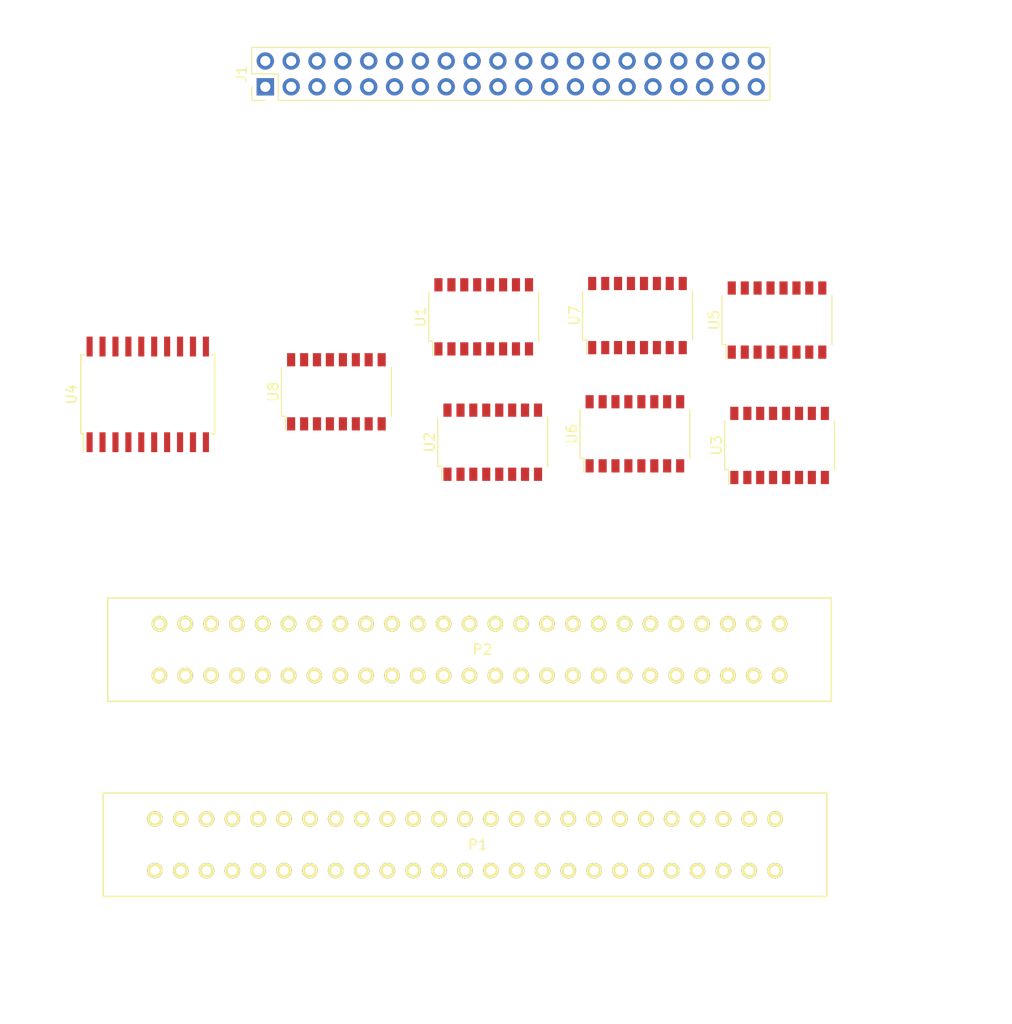
<source format=kicad_pcb>
(kicad_pcb (version 4) (host pcbnew 4.0.7)

  (general
    (links 14)
    (no_connects 14)
    (area 125.827302 50.419 228.989236 150.749001)
    (thickness 1.6)
    (drawings 2)
    (tracks 0)
    (zones 0)
    (modules 11)
    (nets 259)
  )

  (page A4)
  (layers
    (0 F.Cu signal)
    (31 B.Cu signal)
    (32 B.Adhes user)
    (33 F.Adhes user)
    (34 B.Paste user)
    (35 F.Paste user)
    (36 B.SilkS user)
    (37 F.SilkS user)
    (38 B.Mask user)
    (39 F.Mask user)
    (40 Dwgs.User user)
    (41 Cmts.User user)
    (42 Eco1.User user)
    (43 Eco2.User user)
    (44 Edge.Cuts user)
    (45 Margin user)
    (46 B.CrtYd user)
    (47 F.CrtYd user)
    (48 B.Fab user)
    (49 F.Fab user)
  )

  (setup
    (last_trace_width 0.25)
    (trace_clearance 0.2)
    (zone_clearance 0.508)
    (zone_45_only no)
    (trace_min 0.2)
    (segment_width 0.2)
    (edge_width 0.15)
    (via_size 0.6)
    (via_drill 0.4)
    (via_min_size 0.4)
    (via_min_drill 0.3)
    (uvia_size 0.3)
    (uvia_drill 0.1)
    (uvias_allowed no)
    (uvia_min_size 0.2)
    (uvia_min_drill 0.1)
    (pcb_text_width 0.3)
    (pcb_text_size 1.5 1.5)
    (mod_edge_width 0.15)
    (mod_text_size 1 1)
    (mod_text_width 0.15)
    (pad_size 1.524 1.524)
    (pad_drill 0.762)
    (pad_to_mask_clearance 0.2)
    (aux_axis_origin 0 0)
    (visible_elements 7FFFFFFF)
    (pcbplotparams
      (layerselection 0x00030_80000001)
      (usegerberextensions false)
      (excludeedgelayer true)
      (linewidth 0.100000)
      (plotframeref false)
      (viasonmask false)
      (mode 1)
      (useauxorigin false)
      (hpglpennumber 1)
      (hpglpenspeed 20)
      (hpglpendiameter 15)
      (hpglpenoverlay 2)
      (psnegative false)
      (psa4output false)
      (plotreference true)
      (plotvalue true)
      (plotinvisibletext false)
      (padsonsilk false)
      (subtractmaskfromsilk false)
      (outputformat 1)
      (mirror false)
      (drillshape 1)
      (scaleselection 1)
      (outputdirectory ""))
  )

  (net 0 "")
  (net 1 "Net-(U1-Pad1)")
  (net 2 "Net-(U1-Pad2)")
  (net 3 "Net-(U1-Pad3)")
  (net 4 "Net-(U1-Pad4)")
  (net 5 "Net-(U1-Pad5)")
  (net 6 "Net-(U1-Pad6)")
  (net 7 "Net-(U1-Pad7)")
  (net 8 GND)
  (net 9 "Net-(U1-Pad9)")
  (net 10 "Net-(U1-Pad10)")
  (net 11 "Net-(U1-Pad11)")
  (net 12 "Net-(U1-Pad12)")
  (net 13 "Net-(U1-Pad13)")
  (net 14 "Net-(U1-Pad14)")
  (net 15 "Net-(U1-Pad15)")
  (net 16 VCC)
  (net 17 "Net-(U2-Pad1)")
  (net 18 "Net-(U2-Pad2)")
  (net 19 "Net-(U2-Pad3)")
  (net 20 "Net-(U2-Pad4)")
  (net 21 "Net-(U2-Pad5)")
  (net 22 "Net-(U2-Pad6)")
  (net 23 "Net-(U2-Pad7)")
  (net 24 "Net-(U2-Pad9)")
  (net 25 "Net-(U2-Pad10)")
  (net 26 "Net-(U2-Pad11)")
  (net 27 "Net-(U2-Pad12)")
  (net 28 "Net-(U2-Pad13)")
  (net 29 "Net-(U2-Pad14)")
  (net 30 "Net-(U2-Pad15)")
  (net 31 "Net-(U3-Pad1)")
  (net 32 "Net-(U3-Pad2)")
  (net 33 "Net-(U3-Pad3)")
  (net 34 "Net-(U3-Pad4)")
  (net 35 "Net-(U3-Pad5)")
  (net 36 "Net-(U3-Pad6)")
  (net 37 "Net-(U3-Pad7)")
  (net 38 "Net-(U3-Pad9)")
  (net 39 "Net-(U3-Pad10)")
  (net 40 "Net-(U3-Pad11)")
  (net 41 "Net-(U3-Pad12)")
  (net 42 "Net-(U3-Pad13)")
  (net 43 "Net-(U3-Pad14)")
  (net 44 "Net-(U3-Pad15)")
  (net 45 "Net-(U5-Pad1)")
  (net 46 "Net-(U5-Pad2)")
  (net 47 "Net-(U5-Pad3)")
  (net 48 "Net-(U5-Pad4)")
  (net 49 "Net-(U5-Pad5)")
  (net 50 "Net-(U5-Pad6)")
  (net 51 "Net-(U5-Pad7)")
  (net 52 "Net-(U5-Pad9)")
  (net 53 "Net-(U5-Pad10)")
  (net 54 "Net-(U5-Pad11)")
  (net 55 "Net-(U5-Pad12)")
  (net 56 "Net-(U5-Pad13)")
  (net 57 "Net-(U5-Pad14)")
  (net 58 "Net-(U5-Pad15)")
  (net 59 "Net-(U6-Pad1)")
  (net 60 "Net-(U6-Pad2)")
  (net 61 "Net-(U6-Pad3)")
  (net 62 "Net-(U6-Pad4)")
  (net 63 "Net-(U6-Pad5)")
  (net 64 "Net-(U6-Pad6)")
  (net 65 "Net-(U6-Pad7)")
  (net 66 "Net-(U6-Pad9)")
  (net 67 "Net-(U6-Pad10)")
  (net 68 "Net-(U6-Pad11)")
  (net 69 "Net-(U6-Pad12)")
  (net 70 "Net-(U6-Pad13)")
  (net 71 "Net-(U6-Pad14)")
  (net 72 "Net-(U6-Pad15)")
  (net 73 "Net-(U7-Pad1)")
  (net 74 "Net-(U7-Pad2)")
  (net 75 "Net-(U7-Pad3)")
  (net 76 "Net-(U7-Pad4)")
  (net 77 "Net-(U7-Pad5)")
  (net 78 "Net-(U7-Pad6)")
  (net 79 "Net-(U7-Pad7)")
  (net 80 "Net-(U7-Pad9)")
  (net 81 "Net-(U7-Pad10)")
  (net 82 "Net-(U7-Pad11)")
  (net 83 "Net-(U7-Pad12)")
  (net 84 "Net-(U7-Pad13)")
  (net 85 "Net-(U7-Pad14)")
  (net 86 "Net-(U7-Pad15)")
  (net 87 "Net-(U4-Pad1)")
  (net 88 "Net-(U4-Pad2)")
  (net 89 "Net-(U4-Pad3)")
  (net 90 "Net-(U4-Pad4)")
  (net 91 "Net-(U4-Pad5)")
  (net 92 "Net-(U4-Pad6)")
  (net 93 "Net-(U4-Pad7)")
  (net 94 "Net-(U4-Pad8)")
  (net 95 "Net-(U4-Pad9)")
  (net 96 "Net-(U4-Pad11)")
  (net 97 "Net-(U4-Pad12)")
  (net 98 "Net-(U4-Pad13)")
  (net 99 "Net-(U4-Pad14)")
  (net 100 "Net-(U4-Pad15)")
  (net 101 "Net-(U4-Pad16)")
  (net 102 "Net-(U4-Pad17)")
  (net 103 "Net-(U4-Pad18)")
  (net 104 "Net-(U4-Pad19)")
  (net 105 "Net-(J1-Pad1)")
  (net 106 "Net-(J1-Pad2)")
  (net 107 "Net-(J1-Pad3)")
  (net 108 "Net-(J1-Pad4)")
  (net 109 "Net-(J1-Pad5)")
  (net 110 "Net-(J1-Pad6)")
  (net 111 "Net-(J1-Pad7)")
  (net 112 "Net-(J1-Pad8)")
  (net 113 "Net-(J1-Pad9)")
  (net 114 "Net-(J1-Pad10)")
  (net 115 "Net-(J1-Pad11)")
  (net 116 "Net-(J1-Pad12)")
  (net 117 "Net-(J1-Pad13)")
  (net 118 "Net-(J1-Pad14)")
  (net 119 "Net-(J1-Pad15)")
  (net 120 "Net-(J1-Pad16)")
  (net 121 "Net-(J1-Pad17)")
  (net 122 "Net-(J1-Pad18)")
  (net 123 "Net-(J1-Pad19)")
  (net 124 "Net-(J1-Pad20)")
  (net 125 "Net-(J1-Pad21)")
  (net 126 "Net-(J1-Pad22)")
  (net 127 "Net-(J1-Pad23)")
  (net 128 "Net-(J1-Pad24)")
  (net 129 "Net-(J1-Pad25)")
  (net 130 "Net-(J1-Pad26)")
  (net 131 "Net-(J1-Pad27)")
  (net 132 "Net-(J1-Pad28)")
  (net 133 "Net-(J1-Pad29)")
  (net 134 "Net-(J1-Pad30)")
  (net 135 "Net-(J1-Pad31)")
  (net 136 "Net-(J1-Pad32)")
  (net 137 "Net-(J1-Pad33)")
  (net 138 "Net-(J1-Pad34)")
  (net 139 "Net-(J1-Pad35)")
  (net 140 "Net-(J1-Pad36)")
  (net 141 "Net-(J1-Pad37)")
  (net 142 "Net-(J1-Pad38)")
  (net 143 "Net-(J1-Pad39)")
  (net 144 "Net-(J1-Pad40)")
  (net 145 "Net-(P1-Pad1)")
  (net 146 "Net-(P1-Pad2)")
  (net 147 "Net-(P1-Pad3)")
  (net 148 "Net-(P1-Pad4)")
  (net 149 "Net-(P1-Pad5)")
  (net 150 "Net-(P1-Pad6)")
  (net 151 "Net-(P1-Pad7)")
  (net 152 "Net-(P1-Pad8)")
  (net 153 "Net-(P1-Pad9)")
  (net 154 "Net-(P1-Pad10)")
  (net 155 "Net-(P1-Pad11)")
  (net 156 "Net-(P1-Pad12)")
  (net 157 "Net-(P1-Pad13)")
  (net 158 "Net-(P1-Pad14)")
  (net 159 "Net-(P1-Pad15)")
  (net 160 "Net-(P1-Pad16)")
  (net 161 "Net-(P1-Pad17)")
  (net 162 "Net-(P1-Pad18)")
  (net 163 "Net-(P1-Pad19)")
  (net 164 "Net-(P1-Pad20)")
  (net 165 "Net-(P1-Pad21)")
  (net 166 "Net-(P1-Pad22)")
  (net 167 "Net-(P1-Pad23)")
  (net 168 "Net-(P1-Pad24)")
  (net 169 "Net-(P1-Pad25)")
  (net 170 "Net-(P1-Pad26)")
  (net 171 "Net-(P1-Pad27)")
  (net 172 "Net-(P1-Pad28)")
  (net 173 "Net-(P1-Pad29)")
  (net 174 "Net-(P1-Pad30)")
  (net 175 "Net-(P1-Pad31)")
  (net 176 "Net-(P1-Pad32)")
  (net 177 "Net-(P1-Pad33)")
  (net 178 "Net-(P1-Pad34)")
  (net 179 "Net-(P1-Pad35)")
  (net 180 "Net-(P1-Pad36)")
  (net 181 "Net-(P1-Pad37)")
  (net 182 "Net-(P1-Pad38)")
  (net 183 "Net-(P1-Pad39)")
  (net 184 "Net-(P1-Pad40)")
  (net 185 "Net-(P1-Pad41)")
  (net 186 "Net-(P1-Pad42)")
  (net 187 "Net-(P1-Pad43)")
  (net 188 "Net-(P1-Pad44)")
  (net 189 "Net-(P1-Pad45)")
  (net 190 "Net-(P1-Pad46)")
  (net 191 "Net-(P1-Pad47)")
  (net 192 "Net-(P1-Pad48)")
  (net 193 "Net-(P1-Pad49)")
  (net 194 "Net-(P1-Pad50)")
  (net 195 "Net-(P2-Pad1)")
  (net 196 "Net-(P2-Pad2)")
  (net 197 "Net-(P2-Pad3)")
  (net 198 "Net-(P2-Pad4)")
  (net 199 "Net-(P2-Pad5)")
  (net 200 "Net-(P2-Pad6)")
  (net 201 "Net-(P2-Pad7)")
  (net 202 "Net-(P2-Pad8)")
  (net 203 "Net-(P2-Pad9)")
  (net 204 "Net-(P2-Pad10)")
  (net 205 "Net-(P2-Pad11)")
  (net 206 "Net-(P2-Pad12)")
  (net 207 "Net-(P2-Pad13)")
  (net 208 "Net-(P2-Pad14)")
  (net 209 "Net-(P2-Pad15)")
  (net 210 "Net-(P2-Pad16)")
  (net 211 "Net-(P2-Pad17)")
  (net 212 "Net-(P2-Pad18)")
  (net 213 "Net-(P2-Pad19)")
  (net 214 "Net-(P2-Pad20)")
  (net 215 "Net-(P2-Pad21)")
  (net 216 "Net-(P2-Pad22)")
  (net 217 "Net-(P2-Pad23)")
  (net 218 "Net-(P2-Pad24)")
  (net 219 "Net-(P2-Pad25)")
  (net 220 "Net-(P2-Pad26)")
  (net 221 "Net-(P2-Pad27)")
  (net 222 "Net-(P2-Pad28)")
  (net 223 "Net-(P2-Pad29)")
  (net 224 "Net-(P2-Pad30)")
  (net 225 "Net-(P2-Pad31)")
  (net 226 "Net-(P2-Pad32)")
  (net 227 "Net-(P2-Pad33)")
  (net 228 "Net-(P2-Pad34)")
  (net 229 "Net-(P2-Pad35)")
  (net 230 "Net-(P2-Pad36)")
  (net 231 "Net-(P2-Pad37)")
  (net 232 "Net-(P2-Pad38)")
  (net 233 "Net-(P2-Pad39)")
  (net 234 "Net-(P2-Pad40)")
  (net 235 "Net-(P2-Pad41)")
  (net 236 "Net-(P2-Pad42)")
  (net 237 "Net-(P2-Pad43)")
  (net 238 "Net-(P2-Pad44)")
  (net 239 "Net-(P2-Pad45)")
  (net 240 "Net-(P2-Pad46)")
  (net 241 "Net-(P2-Pad47)")
  (net 242 "Net-(P2-Pad48)")
  (net 243 "Net-(P2-Pad49)")
  (net 244 "Net-(P2-Pad50)")
  (net 245 "Net-(U8-Pad1)")
  (net 246 "Net-(U8-Pad2)")
  (net 247 "Net-(U8-Pad3)")
  (net 248 "Net-(U8-Pad4)")
  (net 249 "Net-(U8-Pad5)")
  (net 250 "Net-(U8-Pad6)")
  (net 251 "Net-(U8-Pad7)")
  (net 252 "Net-(U8-Pad9)")
  (net 253 "Net-(U8-Pad10)")
  (net 254 "Net-(U8-Pad11)")
  (net 255 "Net-(U8-Pad12)")
  (net 256 "Net-(U8-Pad13)")
  (net 257 "Net-(U8-Pad14)")
  (net 258 "Net-(U8-Pad15)")

  (net_class Default "This is the default net class."
    (clearance 0.2)
    (trace_width 0.25)
    (via_dia 0.6)
    (via_drill 0.4)
    (uvia_dia 0.3)
    (uvia_drill 0.1)
    (add_net GND)
    (add_net "Net-(J1-Pad1)")
    (add_net "Net-(J1-Pad10)")
    (add_net "Net-(J1-Pad11)")
    (add_net "Net-(J1-Pad12)")
    (add_net "Net-(J1-Pad13)")
    (add_net "Net-(J1-Pad14)")
    (add_net "Net-(J1-Pad15)")
    (add_net "Net-(J1-Pad16)")
    (add_net "Net-(J1-Pad17)")
    (add_net "Net-(J1-Pad18)")
    (add_net "Net-(J1-Pad19)")
    (add_net "Net-(J1-Pad2)")
    (add_net "Net-(J1-Pad20)")
    (add_net "Net-(J1-Pad21)")
    (add_net "Net-(J1-Pad22)")
    (add_net "Net-(J1-Pad23)")
    (add_net "Net-(J1-Pad24)")
    (add_net "Net-(J1-Pad25)")
    (add_net "Net-(J1-Pad26)")
    (add_net "Net-(J1-Pad27)")
    (add_net "Net-(J1-Pad28)")
    (add_net "Net-(J1-Pad29)")
    (add_net "Net-(J1-Pad3)")
    (add_net "Net-(J1-Pad30)")
    (add_net "Net-(J1-Pad31)")
    (add_net "Net-(J1-Pad32)")
    (add_net "Net-(J1-Pad33)")
    (add_net "Net-(J1-Pad34)")
    (add_net "Net-(J1-Pad35)")
    (add_net "Net-(J1-Pad36)")
    (add_net "Net-(J1-Pad37)")
    (add_net "Net-(J1-Pad38)")
    (add_net "Net-(J1-Pad39)")
    (add_net "Net-(J1-Pad4)")
    (add_net "Net-(J1-Pad40)")
    (add_net "Net-(J1-Pad5)")
    (add_net "Net-(J1-Pad6)")
    (add_net "Net-(J1-Pad7)")
    (add_net "Net-(J1-Pad8)")
    (add_net "Net-(J1-Pad9)")
    (add_net "Net-(P1-Pad1)")
    (add_net "Net-(P1-Pad10)")
    (add_net "Net-(P1-Pad11)")
    (add_net "Net-(P1-Pad12)")
    (add_net "Net-(P1-Pad13)")
    (add_net "Net-(P1-Pad14)")
    (add_net "Net-(P1-Pad15)")
    (add_net "Net-(P1-Pad16)")
    (add_net "Net-(P1-Pad17)")
    (add_net "Net-(P1-Pad18)")
    (add_net "Net-(P1-Pad19)")
    (add_net "Net-(P1-Pad2)")
    (add_net "Net-(P1-Pad20)")
    (add_net "Net-(P1-Pad21)")
    (add_net "Net-(P1-Pad22)")
    (add_net "Net-(P1-Pad23)")
    (add_net "Net-(P1-Pad24)")
    (add_net "Net-(P1-Pad25)")
    (add_net "Net-(P1-Pad26)")
    (add_net "Net-(P1-Pad27)")
    (add_net "Net-(P1-Pad28)")
    (add_net "Net-(P1-Pad29)")
    (add_net "Net-(P1-Pad3)")
    (add_net "Net-(P1-Pad30)")
    (add_net "Net-(P1-Pad31)")
    (add_net "Net-(P1-Pad32)")
    (add_net "Net-(P1-Pad33)")
    (add_net "Net-(P1-Pad34)")
    (add_net "Net-(P1-Pad35)")
    (add_net "Net-(P1-Pad36)")
    (add_net "Net-(P1-Pad37)")
    (add_net "Net-(P1-Pad38)")
    (add_net "Net-(P1-Pad39)")
    (add_net "Net-(P1-Pad4)")
    (add_net "Net-(P1-Pad40)")
    (add_net "Net-(P1-Pad41)")
    (add_net "Net-(P1-Pad42)")
    (add_net "Net-(P1-Pad43)")
    (add_net "Net-(P1-Pad44)")
    (add_net "Net-(P1-Pad45)")
    (add_net "Net-(P1-Pad46)")
    (add_net "Net-(P1-Pad47)")
    (add_net "Net-(P1-Pad48)")
    (add_net "Net-(P1-Pad49)")
    (add_net "Net-(P1-Pad5)")
    (add_net "Net-(P1-Pad50)")
    (add_net "Net-(P1-Pad6)")
    (add_net "Net-(P1-Pad7)")
    (add_net "Net-(P1-Pad8)")
    (add_net "Net-(P1-Pad9)")
    (add_net "Net-(P2-Pad1)")
    (add_net "Net-(P2-Pad10)")
    (add_net "Net-(P2-Pad11)")
    (add_net "Net-(P2-Pad12)")
    (add_net "Net-(P2-Pad13)")
    (add_net "Net-(P2-Pad14)")
    (add_net "Net-(P2-Pad15)")
    (add_net "Net-(P2-Pad16)")
    (add_net "Net-(P2-Pad17)")
    (add_net "Net-(P2-Pad18)")
    (add_net "Net-(P2-Pad19)")
    (add_net "Net-(P2-Pad2)")
    (add_net "Net-(P2-Pad20)")
    (add_net "Net-(P2-Pad21)")
    (add_net "Net-(P2-Pad22)")
    (add_net "Net-(P2-Pad23)")
    (add_net "Net-(P2-Pad24)")
    (add_net "Net-(P2-Pad25)")
    (add_net "Net-(P2-Pad26)")
    (add_net "Net-(P2-Pad27)")
    (add_net "Net-(P2-Pad28)")
    (add_net "Net-(P2-Pad29)")
    (add_net "Net-(P2-Pad3)")
    (add_net "Net-(P2-Pad30)")
    (add_net "Net-(P2-Pad31)")
    (add_net "Net-(P2-Pad32)")
    (add_net "Net-(P2-Pad33)")
    (add_net "Net-(P2-Pad34)")
    (add_net "Net-(P2-Pad35)")
    (add_net "Net-(P2-Pad36)")
    (add_net "Net-(P2-Pad37)")
    (add_net "Net-(P2-Pad38)")
    (add_net "Net-(P2-Pad39)")
    (add_net "Net-(P2-Pad4)")
    (add_net "Net-(P2-Pad40)")
    (add_net "Net-(P2-Pad41)")
    (add_net "Net-(P2-Pad42)")
    (add_net "Net-(P2-Pad43)")
    (add_net "Net-(P2-Pad44)")
    (add_net "Net-(P2-Pad45)")
    (add_net "Net-(P2-Pad46)")
    (add_net "Net-(P2-Pad47)")
    (add_net "Net-(P2-Pad48)")
    (add_net "Net-(P2-Pad49)")
    (add_net "Net-(P2-Pad5)")
    (add_net "Net-(P2-Pad50)")
    (add_net "Net-(P2-Pad6)")
    (add_net "Net-(P2-Pad7)")
    (add_net "Net-(P2-Pad8)")
    (add_net "Net-(P2-Pad9)")
    (add_net "Net-(U1-Pad1)")
    (add_net "Net-(U1-Pad10)")
    (add_net "Net-(U1-Pad11)")
    (add_net "Net-(U1-Pad12)")
    (add_net "Net-(U1-Pad13)")
    (add_net "Net-(U1-Pad14)")
    (add_net "Net-(U1-Pad15)")
    (add_net "Net-(U1-Pad2)")
    (add_net "Net-(U1-Pad3)")
    (add_net "Net-(U1-Pad4)")
    (add_net "Net-(U1-Pad5)")
    (add_net "Net-(U1-Pad6)")
    (add_net "Net-(U1-Pad7)")
    (add_net "Net-(U1-Pad9)")
    (add_net "Net-(U2-Pad1)")
    (add_net "Net-(U2-Pad10)")
    (add_net "Net-(U2-Pad11)")
    (add_net "Net-(U2-Pad12)")
    (add_net "Net-(U2-Pad13)")
    (add_net "Net-(U2-Pad14)")
    (add_net "Net-(U2-Pad15)")
    (add_net "Net-(U2-Pad2)")
    (add_net "Net-(U2-Pad3)")
    (add_net "Net-(U2-Pad4)")
    (add_net "Net-(U2-Pad5)")
    (add_net "Net-(U2-Pad6)")
    (add_net "Net-(U2-Pad7)")
    (add_net "Net-(U2-Pad9)")
    (add_net "Net-(U3-Pad1)")
    (add_net "Net-(U3-Pad10)")
    (add_net "Net-(U3-Pad11)")
    (add_net "Net-(U3-Pad12)")
    (add_net "Net-(U3-Pad13)")
    (add_net "Net-(U3-Pad14)")
    (add_net "Net-(U3-Pad15)")
    (add_net "Net-(U3-Pad2)")
    (add_net "Net-(U3-Pad3)")
    (add_net "Net-(U3-Pad4)")
    (add_net "Net-(U3-Pad5)")
    (add_net "Net-(U3-Pad6)")
    (add_net "Net-(U3-Pad7)")
    (add_net "Net-(U3-Pad9)")
    (add_net "Net-(U4-Pad1)")
    (add_net "Net-(U4-Pad11)")
    (add_net "Net-(U4-Pad12)")
    (add_net "Net-(U4-Pad13)")
    (add_net "Net-(U4-Pad14)")
    (add_net "Net-(U4-Pad15)")
    (add_net "Net-(U4-Pad16)")
    (add_net "Net-(U4-Pad17)")
    (add_net "Net-(U4-Pad18)")
    (add_net "Net-(U4-Pad19)")
    (add_net "Net-(U4-Pad2)")
    (add_net "Net-(U4-Pad3)")
    (add_net "Net-(U4-Pad4)")
    (add_net "Net-(U4-Pad5)")
    (add_net "Net-(U4-Pad6)")
    (add_net "Net-(U4-Pad7)")
    (add_net "Net-(U4-Pad8)")
    (add_net "Net-(U4-Pad9)")
    (add_net "Net-(U5-Pad1)")
    (add_net "Net-(U5-Pad10)")
    (add_net "Net-(U5-Pad11)")
    (add_net "Net-(U5-Pad12)")
    (add_net "Net-(U5-Pad13)")
    (add_net "Net-(U5-Pad14)")
    (add_net "Net-(U5-Pad15)")
    (add_net "Net-(U5-Pad2)")
    (add_net "Net-(U5-Pad3)")
    (add_net "Net-(U5-Pad4)")
    (add_net "Net-(U5-Pad5)")
    (add_net "Net-(U5-Pad6)")
    (add_net "Net-(U5-Pad7)")
    (add_net "Net-(U5-Pad9)")
    (add_net "Net-(U6-Pad1)")
    (add_net "Net-(U6-Pad10)")
    (add_net "Net-(U6-Pad11)")
    (add_net "Net-(U6-Pad12)")
    (add_net "Net-(U6-Pad13)")
    (add_net "Net-(U6-Pad14)")
    (add_net "Net-(U6-Pad15)")
    (add_net "Net-(U6-Pad2)")
    (add_net "Net-(U6-Pad3)")
    (add_net "Net-(U6-Pad4)")
    (add_net "Net-(U6-Pad5)")
    (add_net "Net-(U6-Pad6)")
    (add_net "Net-(U6-Pad7)")
    (add_net "Net-(U6-Pad9)")
    (add_net "Net-(U7-Pad1)")
    (add_net "Net-(U7-Pad10)")
    (add_net "Net-(U7-Pad11)")
    (add_net "Net-(U7-Pad12)")
    (add_net "Net-(U7-Pad13)")
    (add_net "Net-(U7-Pad14)")
    (add_net "Net-(U7-Pad15)")
    (add_net "Net-(U7-Pad2)")
    (add_net "Net-(U7-Pad3)")
    (add_net "Net-(U7-Pad4)")
    (add_net "Net-(U7-Pad5)")
    (add_net "Net-(U7-Pad6)")
    (add_net "Net-(U7-Pad7)")
    (add_net "Net-(U7-Pad9)")
    (add_net "Net-(U8-Pad1)")
    (add_net "Net-(U8-Pad10)")
    (add_net "Net-(U8-Pad11)")
    (add_net "Net-(U8-Pad12)")
    (add_net "Net-(U8-Pad13)")
    (add_net "Net-(U8-Pad14)")
    (add_net "Net-(U8-Pad15)")
    (add_net "Net-(U8-Pad2)")
    (add_net "Net-(U8-Pad3)")
    (add_net "Net-(U8-Pad4)")
    (add_net "Net-(U8-Pad5)")
    (add_net "Net-(U8-Pad6)")
    (add_net "Net-(U8-Pad7)")
    (add_net "Net-(U8-Pad9)")
    (add_net VCC)
  )

  (module Housings_SSOP:SOP-16_4.4x10.4mm_Pitch1.27mm (layer F.Cu) (tedit 589F0C2D) (tstamp 5A429049)
    (at 173.228 81.407 90)
    (descr "16-Lead Plastic Small Outline http://www.vishay.com/docs/49633/sg2098.pdf")
    (tags "SOP 1.27")
    (path /5A3E9AE7)
    (attr smd)
    (fp_text reference U1 (at 0 -6.2 90) (layer F.SilkS)
      (effects (font (size 1 1) (thickness 0.15)))
    )
    (fp_text value 74LS595 (at 0 6.1 90) (layer F.Fab)
      (effects (font (size 1 1) (thickness 0.15)))
    )
    (fp_text user %R (at 0 0 90) (layer F.Fab)
      (effects (font (size 0.8 0.8) (thickness 0.15)))
    )
    (fp_line (start -2.2 -4.6) (end -1.6 -5.2) (layer F.Fab) (width 0.1))
    (fp_line (start -2.4 -5.4) (end -2.4 -5) (layer F.SilkS) (width 0.12))
    (fp_line (start -2.4 -5) (end -3.8 -5) (layer F.SilkS) (width 0.12))
    (fp_line (start -1.6 -5.2) (end 2.2 -5.2) (layer F.Fab) (width 0.1))
    (fp_line (start 2.2 -5.2) (end 2.2 5.2) (layer F.Fab) (width 0.1))
    (fp_line (start 2.2 5.2) (end -2.2 5.2) (layer F.Fab) (width 0.1))
    (fp_line (start -2.2 5.2) (end -2.2 -4.6) (layer F.Fab) (width 0.1))
    (fp_line (start -2.4 -5.4) (end 2.4 -5.4) (layer F.SilkS) (width 0.12))
    (fp_line (start -2.4 5.4) (end 2.4 5.4) (layer F.SilkS) (width 0.12))
    (fp_line (start -4.05 -5.45) (end 4.05 -5.45) (layer F.CrtYd) (width 0.05))
    (fp_line (start -4.05 -5.45) (end -4.05 5.45) (layer F.CrtYd) (width 0.05))
    (fp_line (start 4.05 5.45) (end 4.05 -5.45) (layer F.CrtYd) (width 0.05))
    (fp_line (start 4.05 5.45) (end -4.05 5.45) (layer F.CrtYd) (width 0.05))
    (pad 1 smd rect (at -3.15 -4.45 90) (size 1.3 0.8) (layers F.Cu F.Paste F.Mask)
      (net 1 "Net-(U1-Pad1)"))
    (pad 2 smd rect (at -3.15 -3.17 90) (size 1.3 0.8) (layers F.Cu F.Paste F.Mask)
      (net 2 "Net-(U1-Pad2)"))
    (pad 3 smd rect (at -3.15 -1.91 90) (size 1.3 0.8) (layers F.Cu F.Paste F.Mask)
      (net 3 "Net-(U1-Pad3)"))
    (pad 4 smd rect (at -3.15 -0.64 90) (size 1.3 0.8) (layers F.Cu F.Paste F.Mask)
      (net 4 "Net-(U1-Pad4)"))
    (pad 5 smd rect (at -3.15 0.64 90) (size 1.3 0.8) (layers F.Cu F.Paste F.Mask)
      (net 5 "Net-(U1-Pad5)"))
    (pad 6 smd rect (at -3.15 1.91 90) (size 1.3 0.8) (layers F.Cu F.Paste F.Mask)
      (net 6 "Net-(U1-Pad6)"))
    (pad 7 smd rect (at -3.15 3.17 90) (size 1.3 0.8) (layers F.Cu F.Paste F.Mask)
      (net 7 "Net-(U1-Pad7)"))
    (pad 8 smd rect (at -3.15 4.45 90) (size 1.3 0.8) (layers F.Cu F.Paste F.Mask)
      (net 8 GND))
    (pad 9 smd rect (at 3.15 4.45 90) (size 1.3 0.8) (layers F.Cu F.Paste F.Mask)
      (net 9 "Net-(U1-Pad9)"))
    (pad 10 smd rect (at 3.15 3.17 90) (size 1.3 0.8) (layers F.Cu F.Paste F.Mask)
      (net 10 "Net-(U1-Pad10)"))
    (pad 11 smd rect (at 3.15 1.91 90) (size 1.3 0.8) (layers F.Cu F.Paste F.Mask)
      (net 11 "Net-(U1-Pad11)"))
    (pad 12 smd rect (at 3.15 0.64 90) (size 1.3 0.8) (layers F.Cu F.Paste F.Mask)
      (net 12 "Net-(U1-Pad12)"))
    (pad 13 smd rect (at 3.15 -0.64 90) (size 1.3 0.8) (layers F.Cu F.Paste F.Mask)
      (net 13 "Net-(U1-Pad13)"))
    (pad 14 smd rect (at 3.15 -1.91 90) (size 1.3 0.8) (layers F.Cu F.Paste F.Mask)
      (net 14 "Net-(U1-Pad14)"))
    (pad 15 smd rect (at 3.15 -3.17 90) (size 1.3 0.8) (layers F.Cu F.Paste F.Mask)
      (net 15 "Net-(U1-Pad15)"))
    (pad 16 smd rect (at 3.15 -4.45 90) (size 1.3 0.8) (layers F.Cu F.Paste F.Mask)
      (net 16 VCC))
    (model ${KISYS3DMOD}/Housings_SSOP.3dshapes/SOP-16_4.4x10.4mm_Pitch1.27mm.wrl
      (at (xyz 0 0 0))
      (scale (xyz 1 1 1))
      (rotate (xyz 0 0 0))
    )
  )

  (module Housings_SSOP:SOP-16_4.4x10.4mm_Pitch1.27mm (layer F.Cu) (tedit 589F0C2D) (tstamp 5A42906B)
    (at 174.117 93.726 90)
    (descr "16-Lead Plastic Small Outline http://www.vishay.com/docs/49633/sg2098.pdf")
    (tags "SOP 1.27")
    (path /5A3E9B22)
    (attr smd)
    (fp_text reference U2 (at 0 -6.2 90) (layer F.SilkS)
      (effects (font (size 1 1) (thickness 0.15)))
    )
    (fp_text value 74LS595 (at 0 6.1 90) (layer F.Fab)
      (effects (font (size 1 1) (thickness 0.15)))
    )
    (fp_text user %R (at 0 0 90) (layer F.Fab)
      (effects (font (size 0.8 0.8) (thickness 0.15)))
    )
    (fp_line (start -2.2 -4.6) (end -1.6 -5.2) (layer F.Fab) (width 0.1))
    (fp_line (start -2.4 -5.4) (end -2.4 -5) (layer F.SilkS) (width 0.12))
    (fp_line (start -2.4 -5) (end -3.8 -5) (layer F.SilkS) (width 0.12))
    (fp_line (start -1.6 -5.2) (end 2.2 -5.2) (layer F.Fab) (width 0.1))
    (fp_line (start 2.2 -5.2) (end 2.2 5.2) (layer F.Fab) (width 0.1))
    (fp_line (start 2.2 5.2) (end -2.2 5.2) (layer F.Fab) (width 0.1))
    (fp_line (start -2.2 5.2) (end -2.2 -4.6) (layer F.Fab) (width 0.1))
    (fp_line (start -2.4 -5.4) (end 2.4 -5.4) (layer F.SilkS) (width 0.12))
    (fp_line (start -2.4 5.4) (end 2.4 5.4) (layer F.SilkS) (width 0.12))
    (fp_line (start -4.05 -5.45) (end 4.05 -5.45) (layer F.CrtYd) (width 0.05))
    (fp_line (start -4.05 -5.45) (end -4.05 5.45) (layer F.CrtYd) (width 0.05))
    (fp_line (start 4.05 5.45) (end 4.05 -5.45) (layer F.CrtYd) (width 0.05))
    (fp_line (start 4.05 5.45) (end -4.05 5.45) (layer F.CrtYd) (width 0.05))
    (pad 1 smd rect (at -3.15 -4.45 90) (size 1.3 0.8) (layers F.Cu F.Paste F.Mask)
      (net 17 "Net-(U2-Pad1)"))
    (pad 2 smd rect (at -3.15 -3.17 90) (size 1.3 0.8) (layers F.Cu F.Paste F.Mask)
      (net 18 "Net-(U2-Pad2)"))
    (pad 3 smd rect (at -3.15 -1.91 90) (size 1.3 0.8) (layers F.Cu F.Paste F.Mask)
      (net 19 "Net-(U2-Pad3)"))
    (pad 4 smd rect (at -3.15 -0.64 90) (size 1.3 0.8) (layers F.Cu F.Paste F.Mask)
      (net 20 "Net-(U2-Pad4)"))
    (pad 5 smd rect (at -3.15 0.64 90) (size 1.3 0.8) (layers F.Cu F.Paste F.Mask)
      (net 21 "Net-(U2-Pad5)"))
    (pad 6 smd rect (at -3.15 1.91 90) (size 1.3 0.8) (layers F.Cu F.Paste F.Mask)
      (net 22 "Net-(U2-Pad6)"))
    (pad 7 smd rect (at -3.15 3.17 90) (size 1.3 0.8) (layers F.Cu F.Paste F.Mask)
      (net 23 "Net-(U2-Pad7)"))
    (pad 8 smd rect (at -3.15 4.45 90) (size 1.3 0.8) (layers F.Cu F.Paste F.Mask)
      (net 8 GND))
    (pad 9 smd rect (at 3.15 4.45 90) (size 1.3 0.8) (layers F.Cu F.Paste F.Mask)
      (net 24 "Net-(U2-Pad9)"))
    (pad 10 smd rect (at 3.15 3.17 90) (size 1.3 0.8) (layers F.Cu F.Paste F.Mask)
      (net 25 "Net-(U2-Pad10)"))
    (pad 11 smd rect (at 3.15 1.91 90) (size 1.3 0.8) (layers F.Cu F.Paste F.Mask)
      (net 26 "Net-(U2-Pad11)"))
    (pad 12 smd rect (at 3.15 0.64 90) (size 1.3 0.8) (layers F.Cu F.Paste F.Mask)
      (net 27 "Net-(U2-Pad12)"))
    (pad 13 smd rect (at 3.15 -0.64 90) (size 1.3 0.8) (layers F.Cu F.Paste F.Mask)
      (net 28 "Net-(U2-Pad13)"))
    (pad 14 smd rect (at 3.15 -1.91 90) (size 1.3 0.8) (layers F.Cu F.Paste F.Mask)
      (net 29 "Net-(U2-Pad14)"))
    (pad 15 smd rect (at 3.15 -3.17 90) (size 1.3 0.8) (layers F.Cu F.Paste F.Mask)
      (net 30 "Net-(U2-Pad15)"))
    (pad 16 smd rect (at 3.15 -4.45 90) (size 1.3 0.8) (layers F.Cu F.Paste F.Mask)
      (net 16 VCC))
    (model ${KISYS3DMOD}/Housings_SSOP.3dshapes/SOP-16_4.4x10.4mm_Pitch1.27mm.wrl
      (at (xyz 0 0 0))
      (scale (xyz 1 1 1))
      (rotate (xyz 0 0 0))
    )
  )

  (module Housings_SSOP:SOP-16_4.4x10.4mm_Pitch1.27mm (layer F.Cu) (tedit 589F0C2D) (tstamp 5A42908D)
    (at 202.311 94.0435 90)
    (descr "16-Lead Plastic Small Outline http://www.vishay.com/docs/49633/sg2098.pdf")
    (tags "SOP 1.27")
    (path /5A3E9B59)
    (attr smd)
    (fp_text reference U3 (at 0 -6.2 90) (layer F.SilkS)
      (effects (font (size 1 1) (thickness 0.15)))
    )
    (fp_text value 74LS595 (at 0 6.1 90) (layer F.Fab)
      (effects (font (size 1 1) (thickness 0.15)))
    )
    (fp_text user %R (at 0 0 90) (layer F.Fab)
      (effects (font (size 0.8 0.8) (thickness 0.15)))
    )
    (fp_line (start -2.2 -4.6) (end -1.6 -5.2) (layer F.Fab) (width 0.1))
    (fp_line (start -2.4 -5.4) (end -2.4 -5) (layer F.SilkS) (width 0.12))
    (fp_line (start -2.4 -5) (end -3.8 -5) (layer F.SilkS) (width 0.12))
    (fp_line (start -1.6 -5.2) (end 2.2 -5.2) (layer F.Fab) (width 0.1))
    (fp_line (start 2.2 -5.2) (end 2.2 5.2) (layer F.Fab) (width 0.1))
    (fp_line (start 2.2 5.2) (end -2.2 5.2) (layer F.Fab) (width 0.1))
    (fp_line (start -2.2 5.2) (end -2.2 -4.6) (layer F.Fab) (width 0.1))
    (fp_line (start -2.4 -5.4) (end 2.4 -5.4) (layer F.SilkS) (width 0.12))
    (fp_line (start -2.4 5.4) (end 2.4 5.4) (layer F.SilkS) (width 0.12))
    (fp_line (start -4.05 -5.45) (end 4.05 -5.45) (layer F.CrtYd) (width 0.05))
    (fp_line (start -4.05 -5.45) (end -4.05 5.45) (layer F.CrtYd) (width 0.05))
    (fp_line (start 4.05 5.45) (end 4.05 -5.45) (layer F.CrtYd) (width 0.05))
    (fp_line (start 4.05 5.45) (end -4.05 5.45) (layer F.CrtYd) (width 0.05))
    (pad 1 smd rect (at -3.15 -4.45 90) (size 1.3 0.8) (layers F.Cu F.Paste F.Mask)
      (net 31 "Net-(U3-Pad1)"))
    (pad 2 smd rect (at -3.15 -3.17 90) (size 1.3 0.8) (layers F.Cu F.Paste F.Mask)
      (net 32 "Net-(U3-Pad2)"))
    (pad 3 smd rect (at -3.15 -1.91 90) (size 1.3 0.8) (layers F.Cu F.Paste F.Mask)
      (net 33 "Net-(U3-Pad3)"))
    (pad 4 smd rect (at -3.15 -0.64 90) (size 1.3 0.8) (layers F.Cu F.Paste F.Mask)
      (net 34 "Net-(U3-Pad4)"))
    (pad 5 smd rect (at -3.15 0.64 90) (size 1.3 0.8) (layers F.Cu F.Paste F.Mask)
      (net 35 "Net-(U3-Pad5)"))
    (pad 6 smd rect (at -3.15 1.91 90) (size 1.3 0.8) (layers F.Cu F.Paste F.Mask)
      (net 36 "Net-(U3-Pad6)"))
    (pad 7 smd rect (at -3.15 3.17 90) (size 1.3 0.8) (layers F.Cu F.Paste F.Mask)
      (net 37 "Net-(U3-Pad7)"))
    (pad 8 smd rect (at -3.15 4.45 90) (size 1.3 0.8) (layers F.Cu F.Paste F.Mask)
      (net 8 GND))
    (pad 9 smd rect (at 3.15 4.45 90) (size 1.3 0.8) (layers F.Cu F.Paste F.Mask)
      (net 38 "Net-(U3-Pad9)"))
    (pad 10 smd rect (at 3.15 3.17 90) (size 1.3 0.8) (layers F.Cu F.Paste F.Mask)
      (net 39 "Net-(U3-Pad10)"))
    (pad 11 smd rect (at 3.15 1.91 90) (size 1.3 0.8) (layers F.Cu F.Paste F.Mask)
      (net 40 "Net-(U3-Pad11)"))
    (pad 12 smd rect (at 3.15 0.64 90) (size 1.3 0.8) (layers F.Cu F.Paste F.Mask)
      (net 41 "Net-(U3-Pad12)"))
    (pad 13 smd rect (at 3.15 -0.64 90) (size 1.3 0.8) (layers F.Cu F.Paste F.Mask)
      (net 42 "Net-(U3-Pad13)"))
    (pad 14 smd rect (at 3.15 -1.91 90) (size 1.3 0.8) (layers F.Cu F.Paste F.Mask)
      (net 43 "Net-(U3-Pad14)"))
    (pad 15 smd rect (at 3.15 -3.17 90) (size 1.3 0.8) (layers F.Cu F.Paste F.Mask)
      (net 44 "Net-(U3-Pad15)"))
    (pad 16 smd rect (at 3.15 -4.45 90) (size 1.3 0.8) (layers F.Cu F.Paste F.Mask)
      (net 16 VCC))
    (model ${KISYS3DMOD}/Housings_SSOP.3dshapes/SOP-16_4.4x10.4mm_Pitch1.27mm.wrl
      (at (xyz 0 0 0))
      (scale (xyz 1 1 1))
      (rotate (xyz 0 0 0))
    )
  )

  (module Housings_SOIC:SOIC-20W_7.5x12.8mm_Pitch1.27mm (layer F.Cu) (tedit 58CC8F64) (tstamp 5A4290B6)
    (at 140.208 89.027 90)
    (descr "20-Lead Plastic Small Outline (SO) - Wide, 7.50 mm Body [SOIC] (see Microchip Packaging Specification 00000049BS.pdf)")
    (tags "SOIC 1.27")
    (path /5A3E9A23)
    (attr smd)
    (fp_text reference U4 (at 0 -7.5 90) (layer F.SilkS)
      (effects (font (size 1 1) (thickness 0.15)))
    )
    (fp_text value 74LS245 (at 0 7.5 90) (layer F.Fab)
      (effects (font (size 1 1) (thickness 0.15)))
    )
    (fp_text user %R (at 0 0 90) (layer F.Fab)
      (effects (font (size 1 1) (thickness 0.15)))
    )
    (fp_line (start -2.75 -6.4) (end 3.75 -6.4) (layer F.Fab) (width 0.15))
    (fp_line (start 3.75 -6.4) (end 3.75 6.4) (layer F.Fab) (width 0.15))
    (fp_line (start 3.75 6.4) (end -3.75 6.4) (layer F.Fab) (width 0.15))
    (fp_line (start -3.75 6.4) (end -3.75 -5.4) (layer F.Fab) (width 0.15))
    (fp_line (start -3.75 -5.4) (end -2.75 -6.4) (layer F.Fab) (width 0.15))
    (fp_line (start -5.95 -6.75) (end -5.95 6.75) (layer F.CrtYd) (width 0.05))
    (fp_line (start 5.95 -6.75) (end 5.95 6.75) (layer F.CrtYd) (width 0.05))
    (fp_line (start -5.95 -6.75) (end 5.95 -6.75) (layer F.CrtYd) (width 0.05))
    (fp_line (start -5.95 6.75) (end 5.95 6.75) (layer F.CrtYd) (width 0.05))
    (fp_line (start -3.875 -6.575) (end -3.875 -6.325) (layer F.SilkS) (width 0.15))
    (fp_line (start 3.875 -6.575) (end 3.875 -6.24) (layer F.SilkS) (width 0.15))
    (fp_line (start 3.875 6.575) (end 3.875 6.24) (layer F.SilkS) (width 0.15))
    (fp_line (start -3.875 6.575) (end -3.875 6.24) (layer F.SilkS) (width 0.15))
    (fp_line (start -3.875 -6.575) (end 3.875 -6.575) (layer F.SilkS) (width 0.15))
    (fp_line (start -3.875 6.575) (end 3.875 6.575) (layer F.SilkS) (width 0.15))
    (fp_line (start -3.875 -6.325) (end -5.675 -6.325) (layer F.SilkS) (width 0.15))
    (pad 1 smd rect (at -4.7 -5.715 90) (size 1.95 0.6) (layers F.Cu F.Paste F.Mask)
      (net 87 "Net-(U4-Pad1)"))
    (pad 2 smd rect (at -4.7 -4.445 90) (size 1.95 0.6) (layers F.Cu F.Paste F.Mask)
      (net 88 "Net-(U4-Pad2)"))
    (pad 3 smd rect (at -4.7 -3.175 90) (size 1.95 0.6) (layers F.Cu F.Paste F.Mask)
      (net 89 "Net-(U4-Pad3)"))
    (pad 4 smd rect (at -4.7 -1.905 90) (size 1.95 0.6) (layers F.Cu F.Paste F.Mask)
      (net 90 "Net-(U4-Pad4)"))
    (pad 5 smd rect (at -4.7 -0.635 90) (size 1.95 0.6) (layers F.Cu F.Paste F.Mask)
      (net 91 "Net-(U4-Pad5)"))
    (pad 6 smd rect (at -4.7 0.635 90) (size 1.95 0.6) (layers F.Cu F.Paste F.Mask)
      (net 92 "Net-(U4-Pad6)"))
    (pad 7 smd rect (at -4.7 1.905 90) (size 1.95 0.6) (layers F.Cu F.Paste F.Mask)
      (net 93 "Net-(U4-Pad7)"))
    (pad 8 smd rect (at -4.7 3.175 90) (size 1.95 0.6) (layers F.Cu F.Paste F.Mask)
      (net 94 "Net-(U4-Pad8)"))
    (pad 9 smd rect (at -4.7 4.445 90) (size 1.95 0.6) (layers F.Cu F.Paste F.Mask)
      (net 95 "Net-(U4-Pad9)"))
    (pad 10 smd rect (at -4.7 5.715 90) (size 1.95 0.6) (layers F.Cu F.Paste F.Mask)
      (net 8 GND))
    (pad 11 smd rect (at 4.7 5.715 90) (size 1.95 0.6) (layers F.Cu F.Paste F.Mask)
      (net 96 "Net-(U4-Pad11)"))
    (pad 12 smd rect (at 4.7 4.445 90) (size 1.95 0.6) (layers F.Cu F.Paste F.Mask)
      (net 97 "Net-(U4-Pad12)"))
    (pad 13 smd rect (at 4.7 3.175 90) (size 1.95 0.6) (layers F.Cu F.Paste F.Mask)
      (net 98 "Net-(U4-Pad13)"))
    (pad 14 smd rect (at 4.7 1.905 90) (size 1.95 0.6) (layers F.Cu F.Paste F.Mask)
      (net 99 "Net-(U4-Pad14)"))
    (pad 15 smd rect (at 4.7 0.635 90) (size 1.95 0.6) (layers F.Cu F.Paste F.Mask)
      (net 100 "Net-(U4-Pad15)"))
    (pad 16 smd rect (at 4.7 -0.635 90) (size 1.95 0.6) (layers F.Cu F.Paste F.Mask)
      (net 101 "Net-(U4-Pad16)"))
    (pad 17 smd rect (at 4.7 -1.905 90) (size 1.95 0.6) (layers F.Cu F.Paste F.Mask)
      (net 102 "Net-(U4-Pad17)"))
    (pad 18 smd rect (at 4.7 -3.175 90) (size 1.95 0.6) (layers F.Cu F.Paste F.Mask)
      (net 103 "Net-(U4-Pad18)"))
    (pad 19 smd rect (at 4.7 -4.445 90) (size 1.95 0.6) (layers F.Cu F.Paste F.Mask)
      (net 104 "Net-(U4-Pad19)"))
    (pad 20 smd rect (at 4.7 -5.715 90) (size 1.95 0.6) (layers F.Cu F.Paste F.Mask)
      (net 16 VCC))
    (model ${KISYS3DMOD}/Housings_SOIC.3dshapes/SOIC-20W_7.5x12.8mm_Pitch1.27mm.wrl
      (at (xyz 0 0 0))
      (scale (xyz 1 1 1))
      (rotate (xyz 0 0 0))
    )
  )

  (module Housings_SSOP:SOP-16_4.4x10.4mm_Pitch1.27mm (layer F.Cu) (tedit 589F0C2D) (tstamp 5A4290D8)
    (at 202.057 81.7245 90)
    (descr "16-Lead Plastic Small Outline http://www.vishay.com/docs/49633/sg2098.pdf")
    (tags "SOP 1.27")
    (path /5A4286EC)
    (attr smd)
    (fp_text reference U5 (at 0 -6.2 90) (layer F.SilkS)
      (effects (font (size 1 1) (thickness 0.15)))
    )
    (fp_text value 74LS595 (at 0 6.1 90) (layer F.Fab)
      (effects (font (size 1 1) (thickness 0.15)))
    )
    (fp_text user %R (at 0 0 90) (layer F.Fab)
      (effects (font (size 0.8 0.8) (thickness 0.15)))
    )
    (fp_line (start -2.2 -4.6) (end -1.6 -5.2) (layer F.Fab) (width 0.1))
    (fp_line (start -2.4 -5.4) (end -2.4 -5) (layer F.SilkS) (width 0.12))
    (fp_line (start -2.4 -5) (end -3.8 -5) (layer F.SilkS) (width 0.12))
    (fp_line (start -1.6 -5.2) (end 2.2 -5.2) (layer F.Fab) (width 0.1))
    (fp_line (start 2.2 -5.2) (end 2.2 5.2) (layer F.Fab) (width 0.1))
    (fp_line (start 2.2 5.2) (end -2.2 5.2) (layer F.Fab) (width 0.1))
    (fp_line (start -2.2 5.2) (end -2.2 -4.6) (layer F.Fab) (width 0.1))
    (fp_line (start -2.4 -5.4) (end 2.4 -5.4) (layer F.SilkS) (width 0.12))
    (fp_line (start -2.4 5.4) (end 2.4 5.4) (layer F.SilkS) (width 0.12))
    (fp_line (start -4.05 -5.45) (end 4.05 -5.45) (layer F.CrtYd) (width 0.05))
    (fp_line (start -4.05 -5.45) (end -4.05 5.45) (layer F.CrtYd) (width 0.05))
    (fp_line (start 4.05 5.45) (end 4.05 -5.45) (layer F.CrtYd) (width 0.05))
    (fp_line (start 4.05 5.45) (end -4.05 5.45) (layer F.CrtYd) (width 0.05))
    (pad 1 smd rect (at -3.15 -4.45 90) (size 1.3 0.8) (layers F.Cu F.Paste F.Mask)
      (net 45 "Net-(U5-Pad1)"))
    (pad 2 smd rect (at -3.15 -3.17 90) (size 1.3 0.8) (layers F.Cu F.Paste F.Mask)
      (net 46 "Net-(U5-Pad2)"))
    (pad 3 smd rect (at -3.15 -1.91 90) (size 1.3 0.8) (layers F.Cu F.Paste F.Mask)
      (net 47 "Net-(U5-Pad3)"))
    (pad 4 smd rect (at -3.15 -0.64 90) (size 1.3 0.8) (layers F.Cu F.Paste F.Mask)
      (net 48 "Net-(U5-Pad4)"))
    (pad 5 smd rect (at -3.15 0.64 90) (size 1.3 0.8) (layers F.Cu F.Paste F.Mask)
      (net 49 "Net-(U5-Pad5)"))
    (pad 6 smd rect (at -3.15 1.91 90) (size 1.3 0.8) (layers F.Cu F.Paste F.Mask)
      (net 50 "Net-(U5-Pad6)"))
    (pad 7 smd rect (at -3.15 3.17 90) (size 1.3 0.8) (layers F.Cu F.Paste F.Mask)
      (net 51 "Net-(U5-Pad7)"))
    (pad 8 smd rect (at -3.15 4.45 90) (size 1.3 0.8) (layers F.Cu F.Paste F.Mask)
      (net 8 GND))
    (pad 9 smd rect (at 3.15 4.45 90) (size 1.3 0.8) (layers F.Cu F.Paste F.Mask)
      (net 52 "Net-(U5-Pad9)"))
    (pad 10 smd rect (at 3.15 3.17 90) (size 1.3 0.8) (layers F.Cu F.Paste F.Mask)
      (net 53 "Net-(U5-Pad10)"))
    (pad 11 smd rect (at 3.15 1.91 90) (size 1.3 0.8) (layers F.Cu F.Paste F.Mask)
      (net 54 "Net-(U5-Pad11)"))
    (pad 12 smd rect (at 3.15 0.64 90) (size 1.3 0.8) (layers F.Cu F.Paste F.Mask)
      (net 55 "Net-(U5-Pad12)"))
    (pad 13 smd rect (at 3.15 -0.64 90) (size 1.3 0.8) (layers F.Cu F.Paste F.Mask)
      (net 56 "Net-(U5-Pad13)"))
    (pad 14 smd rect (at 3.15 -1.91 90) (size 1.3 0.8) (layers F.Cu F.Paste F.Mask)
      (net 57 "Net-(U5-Pad14)"))
    (pad 15 smd rect (at 3.15 -3.17 90) (size 1.3 0.8) (layers F.Cu F.Paste F.Mask)
      (net 58 "Net-(U5-Pad15)"))
    (pad 16 smd rect (at 3.15 -4.45 90) (size 1.3 0.8) (layers F.Cu F.Paste F.Mask)
      (net 16 VCC))
    (model ${KISYS3DMOD}/Housings_SSOP.3dshapes/SOP-16_4.4x10.4mm_Pitch1.27mm.wrl
      (at (xyz 0 0 0))
      (scale (xyz 1 1 1))
      (rotate (xyz 0 0 0))
    )
  )

  (module Housings_SSOP:SOP-16_4.4x10.4mm_Pitch1.27mm (layer F.Cu) (tedit 589F0C2D) (tstamp 5A4290FA)
    (at 188.087 92.9005 90)
    (descr "16-Lead Plastic Small Outline http://www.vishay.com/docs/49633/sg2098.pdf")
    (tags "SOP 1.27")
    (path /5A4286F2)
    (attr smd)
    (fp_text reference U6 (at 0 -6.2 90) (layer F.SilkS)
      (effects (font (size 1 1) (thickness 0.15)))
    )
    (fp_text value 74LS595 (at 0 6.1 90) (layer F.Fab)
      (effects (font (size 1 1) (thickness 0.15)))
    )
    (fp_text user %R (at 0 0 90) (layer F.Fab)
      (effects (font (size 0.8 0.8) (thickness 0.15)))
    )
    (fp_line (start -2.2 -4.6) (end -1.6 -5.2) (layer F.Fab) (width 0.1))
    (fp_line (start -2.4 -5.4) (end -2.4 -5) (layer F.SilkS) (width 0.12))
    (fp_line (start -2.4 -5) (end -3.8 -5) (layer F.SilkS) (width 0.12))
    (fp_line (start -1.6 -5.2) (end 2.2 -5.2) (layer F.Fab) (width 0.1))
    (fp_line (start 2.2 -5.2) (end 2.2 5.2) (layer F.Fab) (width 0.1))
    (fp_line (start 2.2 5.2) (end -2.2 5.2) (layer F.Fab) (width 0.1))
    (fp_line (start -2.2 5.2) (end -2.2 -4.6) (layer F.Fab) (width 0.1))
    (fp_line (start -2.4 -5.4) (end 2.4 -5.4) (layer F.SilkS) (width 0.12))
    (fp_line (start -2.4 5.4) (end 2.4 5.4) (layer F.SilkS) (width 0.12))
    (fp_line (start -4.05 -5.45) (end 4.05 -5.45) (layer F.CrtYd) (width 0.05))
    (fp_line (start -4.05 -5.45) (end -4.05 5.45) (layer F.CrtYd) (width 0.05))
    (fp_line (start 4.05 5.45) (end 4.05 -5.45) (layer F.CrtYd) (width 0.05))
    (fp_line (start 4.05 5.45) (end -4.05 5.45) (layer F.CrtYd) (width 0.05))
    (pad 1 smd rect (at -3.15 -4.45 90) (size 1.3 0.8) (layers F.Cu F.Paste F.Mask)
      (net 59 "Net-(U6-Pad1)"))
    (pad 2 smd rect (at -3.15 -3.17 90) (size 1.3 0.8) (layers F.Cu F.Paste F.Mask)
      (net 60 "Net-(U6-Pad2)"))
    (pad 3 smd rect (at -3.15 -1.91 90) (size 1.3 0.8) (layers F.Cu F.Paste F.Mask)
      (net 61 "Net-(U6-Pad3)"))
    (pad 4 smd rect (at -3.15 -0.64 90) (size 1.3 0.8) (layers F.Cu F.Paste F.Mask)
      (net 62 "Net-(U6-Pad4)"))
    (pad 5 smd rect (at -3.15 0.64 90) (size 1.3 0.8) (layers F.Cu F.Paste F.Mask)
      (net 63 "Net-(U6-Pad5)"))
    (pad 6 smd rect (at -3.15 1.91 90) (size 1.3 0.8) (layers F.Cu F.Paste F.Mask)
      (net 64 "Net-(U6-Pad6)"))
    (pad 7 smd rect (at -3.15 3.17 90) (size 1.3 0.8) (layers F.Cu F.Paste F.Mask)
      (net 65 "Net-(U6-Pad7)"))
    (pad 8 smd rect (at -3.15 4.45 90) (size 1.3 0.8) (layers F.Cu F.Paste F.Mask)
      (net 8 GND))
    (pad 9 smd rect (at 3.15 4.45 90) (size 1.3 0.8) (layers F.Cu F.Paste F.Mask)
      (net 66 "Net-(U6-Pad9)"))
    (pad 10 smd rect (at 3.15 3.17 90) (size 1.3 0.8) (layers F.Cu F.Paste F.Mask)
      (net 67 "Net-(U6-Pad10)"))
    (pad 11 smd rect (at 3.15 1.91 90) (size 1.3 0.8) (layers F.Cu F.Paste F.Mask)
      (net 68 "Net-(U6-Pad11)"))
    (pad 12 smd rect (at 3.15 0.64 90) (size 1.3 0.8) (layers F.Cu F.Paste F.Mask)
      (net 69 "Net-(U6-Pad12)"))
    (pad 13 smd rect (at 3.15 -0.64 90) (size 1.3 0.8) (layers F.Cu F.Paste F.Mask)
      (net 70 "Net-(U6-Pad13)"))
    (pad 14 smd rect (at 3.15 -1.91 90) (size 1.3 0.8) (layers F.Cu F.Paste F.Mask)
      (net 71 "Net-(U6-Pad14)"))
    (pad 15 smd rect (at 3.15 -3.17 90) (size 1.3 0.8) (layers F.Cu F.Paste F.Mask)
      (net 72 "Net-(U6-Pad15)"))
    (pad 16 smd rect (at 3.15 -4.45 90) (size 1.3 0.8) (layers F.Cu F.Paste F.Mask)
      (net 16 VCC))
    (model ${KISYS3DMOD}/Housings_SSOP.3dshapes/SOP-16_4.4x10.4mm_Pitch1.27mm.wrl
      (at (xyz 0 0 0))
      (scale (xyz 1 1 1))
      (rotate (xyz 0 0 0))
    )
  )

  (module Housings_SSOP:SOP-16_4.4x10.4mm_Pitch1.27mm (layer F.Cu) (tedit 589F0C2D) (tstamp 5A42911C)
    (at 188.341 81.28 90)
    (descr "16-Lead Plastic Small Outline http://www.vishay.com/docs/49633/sg2098.pdf")
    (tags "SOP 1.27")
    (path /5A4286F8)
    (attr smd)
    (fp_text reference U7 (at 0 -6.2 90) (layer F.SilkS)
      (effects (font (size 1 1) (thickness 0.15)))
    )
    (fp_text value 74LS595 (at 0 6.1 90) (layer F.Fab)
      (effects (font (size 1 1) (thickness 0.15)))
    )
    (fp_text user %R (at 0 0 90) (layer F.Fab)
      (effects (font (size 0.8 0.8) (thickness 0.15)))
    )
    (fp_line (start -2.2 -4.6) (end -1.6 -5.2) (layer F.Fab) (width 0.1))
    (fp_line (start -2.4 -5.4) (end -2.4 -5) (layer F.SilkS) (width 0.12))
    (fp_line (start -2.4 -5) (end -3.8 -5) (layer F.SilkS) (width 0.12))
    (fp_line (start -1.6 -5.2) (end 2.2 -5.2) (layer F.Fab) (width 0.1))
    (fp_line (start 2.2 -5.2) (end 2.2 5.2) (layer F.Fab) (width 0.1))
    (fp_line (start 2.2 5.2) (end -2.2 5.2) (layer F.Fab) (width 0.1))
    (fp_line (start -2.2 5.2) (end -2.2 -4.6) (layer F.Fab) (width 0.1))
    (fp_line (start -2.4 -5.4) (end 2.4 -5.4) (layer F.SilkS) (width 0.12))
    (fp_line (start -2.4 5.4) (end 2.4 5.4) (layer F.SilkS) (width 0.12))
    (fp_line (start -4.05 -5.45) (end 4.05 -5.45) (layer F.CrtYd) (width 0.05))
    (fp_line (start -4.05 -5.45) (end -4.05 5.45) (layer F.CrtYd) (width 0.05))
    (fp_line (start 4.05 5.45) (end 4.05 -5.45) (layer F.CrtYd) (width 0.05))
    (fp_line (start 4.05 5.45) (end -4.05 5.45) (layer F.CrtYd) (width 0.05))
    (pad 1 smd rect (at -3.15 -4.45 90) (size 1.3 0.8) (layers F.Cu F.Paste F.Mask)
      (net 73 "Net-(U7-Pad1)"))
    (pad 2 smd rect (at -3.15 -3.17 90) (size 1.3 0.8) (layers F.Cu F.Paste F.Mask)
      (net 74 "Net-(U7-Pad2)"))
    (pad 3 smd rect (at -3.15 -1.91 90) (size 1.3 0.8) (layers F.Cu F.Paste F.Mask)
      (net 75 "Net-(U7-Pad3)"))
    (pad 4 smd rect (at -3.15 -0.64 90) (size 1.3 0.8) (layers F.Cu F.Paste F.Mask)
      (net 76 "Net-(U7-Pad4)"))
    (pad 5 smd rect (at -3.15 0.64 90) (size 1.3 0.8) (layers F.Cu F.Paste F.Mask)
      (net 77 "Net-(U7-Pad5)"))
    (pad 6 smd rect (at -3.15 1.91 90) (size 1.3 0.8) (layers F.Cu F.Paste F.Mask)
      (net 78 "Net-(U7-Pad6)"))
    (pad 7 smd rect (at -3.15 3.17 90) (size 1.3 0.8) (layers F.Cu F.Paste F.Mask)
      (net 79 "Net-(U7-Pad7)"))
    (pad 8 smd rect (at -3.15 4.45 90) (size 1.3 0.8) (layers F.Cu F.Paste F.Mask)
      (net 8 GND))
    (pad 9 smd rect (at 3.15 4.45 90) (size 1.3 0.8) (layers F.Cu F.Paste F.Mask)
      (net 80 "Net-(U7-Pad9)"))
    (pad 10 smd rect (at 3.15 3.17 90) (size 1.3 0.8) (layers F.Cu F.Paste F.Mask)
      (net 81 "Net-(U7-Pad10)"))
    (pad 11 smd rect (at 3.15 1.91 90) (size 1.3 0.8) (layers F.Cu F.Paste F.Mask)
      (net 82 "Net-(U7-Pad11)"))
    (pad 12 smd rect (at 3.15 0.64 90) (size 1.3 0.8) (layers F.Cu F.Paste F.Mask)
      (net 83 "Net-(U7-Pad12)"))
    (pad 13 smd rect (at 3.15 -0.64 90) (size 1.3 0.8) (layers F.Cu F.Paste F.Mask)
      (net 84 "Net-(U7-Pad13)"))
    (pad 14 smd rect (at 3.15 -1.91 90) (size 1.3 0.8) (layers F.Cu F.Paste F.Mask)
      (net 85 "Net-(U7-Pad14)"))
    (pad 15 smd rect (at 3.15 -3.17 90) (size 1.3 0.8) (layers F.Cu F.Paste F.Mask)
      (net 86 "Net-(U7-Pad15)"))
    (pad 16 smd rect (at 3.15 -4.45 90) (size 1.3 0.8) (layers F.Cu F.Paste F.Mask)
      (net 16 VCC))
    (model ${KISYS3DMOD}/Housings_SSOP.3dshapes/SOP-16_4.4x10.4mm_Pitch1.27mm.wrl
      (at (xyz 0 0 0))
      (scale (xyz 1 1 1))
      (rotate (xyz 0 0 0))
    )
  )

  (module Pin_Headers:Pin_Header_Straight_2x20_Pitch2.54mm (layer F.Cu) (tedit 59650533) (tstamp 5A429329)
    (at 151.765 58.801 90)
    (descr "Through hole straight pin header, 2x20, 2.54mm pitch, double rows")
    (tags "Through hole pin header THT 2x20 2.54mm double row")
    (path /5A3E97D7)
    (fp_text reference J1 (at 1.27 -2.33 90) (layer F.SilkS)
      (effects (font (size 1 1) (thickness 0.15)))
    )
    (fp_text value RPi_GPIO (at 1.27 50.59 90) (layer F.Fab)
      (effects (font (size 1 1) (thickness 0.15)))
    )
    (fp_line (start 0 -1.27) (end 3.81 -1.27) (layer F.Fab) (width 0.1))
    (fp_line (start 3.81 -1.27) (end 3.81 49.53) (layer F.Fab) (width 0.1))
    (fp_line (start 3.81 49.53) (end -1.27 49.53) (layer F.Fab) (width 0.1))
    (fp_line (start -1.27 49.53) (end -1.27 0) (layer F.Fab) (width 0.1))
    (fp_line (start -1.27 0) (end 0 -1.27) (layer F.Fab) (width 0.1))
    (fp_line (start -1.33 49.59) (end 3.87 49.59) (layer F.SilkS) (width 0.12))
    (fp_line (start -1.33 1.27) (end -1.33 49.59) (layer F.SilkS) (width 0.12))
    (fp_line (start 3.87 -1.33) (end 3.87 49.59) (layer F.SilkS) (width 0.12))
    (fp_line (start -1.33 1.27) (end 1.27 1.27) (layer F.SilkS) (width 0.12))
    (fp_line (start 1.27 1.27) (end 1.27 -1.33) (layer F.SilkS) (width 0.12))
    (fp_line (start 1.27 -1.33) (end 3.87 -1.33) (layer F.SilkS) (width 0.12))
    (fp_line (start -1.33 0) (end -1.33 -1.33) (layer F.SilkS) (width 0.12))
    (fp_line (start -1.33 -1.33) (end 0 -1.33) (layer F.SilkS) (width 0.12))
    (fp_line (start -1.8 -1.8) (end -1.8 50.05) (layer F.CrtYd) (width 0.05))
    (fp_line (start -1.8 50.05) (end 4.35 50.05) (layer F.CrtYd) (width 0.05))
    (fp_line (start 4.35 50.05) (end 4.35 -1.8) (layer F.CrtYd) (width 0.05))
    (fp_line (start 4.35 -1.8) (end -1.8 -1.8) (layer F.CrtYd) (width 0.05))
    (fp_text user %R (at 1.27 24.13 180) (layer F.Fab)
      (effects (font (size 1 1) (thickness 0.15)))
    )
    (pad 1 thru_hole rect (at 0 0 90) (size 1.7 1.7) (drill 1) (layers *.Cu *.Mask)
      (net 105 "Net-(J1-Pad1)"))
    (pad 2 thru_hole oval (at 2.54 0 90) (size 1.7 1.7) (drill 1) (layers *.Cu *.Mask)
      (net 106 "Net-(J1-Pad2)"))
    (pad 3 thru_hole oval (at 0 2.54 90) (size 1.7 1.7) (drill 1) (layers *.Cu *.Mask)
      (net 107 "Net-(J1-Pad3)"))
    (pad 4 thru_hole oval (at 2.54 2.54 90) (size 1.7 1.7) (drill 1) (layers *.Cu *.Mask)
      (net 108 "Net-(J1-Pad4)"))
    (pad 5 thru_hole oval (at 0 5.08 90) (size 1.7 1.7) (drill 1) (layers *.Cu *.Mask)
      (net 109 "Net-(J1-Pad5)"))
    (pad 6 thru_hole oval (at 2.54 5.08 90) (size 1.7 1.7) (drill 1) (layers *.Cu *.Mask)
      (net 110 "Net-(J1-Pad6)"))
    (pad 7 thru_hole oval (at 0 7.62 90) (size 1.7 1.7) (drill 1) (layers *.Cu *.Mask)
      (net 111 "Net-(J1-Pad7)"))
    (pad 8 thru_hole oval (at 2.54 7.62 90) (size 1.7 1.7) (drill 1) (layers *.Cu *.Mask)
      (net 112 "Net-(J1-Pad8)"))
    (pad 9 thru_hole oval (at 0 10.16 90) (size 1.7 1.7) (drill 1) (layers *.Cu *.Mask)
      (net 113 "Net-(J1-Pad9)"))
    (pad 10 thru_hole oval (at 2.54 10.16 90) (size 1.7 1.7) (drill 1) (layers *.Cu *.Mask)
      (net 114 "Net-(J1-Pad10)"))
    (pad 11 thru_hole oval (at 0 12.7 90) (size 1.7 1.7) (drill 1) (layers *.Cu *.Mask)
      (net 115 "Net-(J1-Pad11)"))
    (pad 12 thru_hole oval (at 2.54 12.7 90) (size 1.7 1.7) (drill 1) (layers *.Cu *.Mask)
      (net 116 "Net-(J1-Pad12)"))
    (pad 13 thru_hole oval (at 0 15.24 90) (size 1.7 1.7) (drill 1) (layers *.Cu *.Mask)
      (net 117 "Net-(J1-Pad13)"))
    (pad 14 thru_hole oval (at 2.54 15.24 90) (size 1.7 1.7) (drill 1) (layers *.Cu *.Mask)
      (net 118 "Net-(J1-Pad14)"))
    (pad 15 thru_hole oval (at 0 17.78 90) (size 1.7 1.7) (drill 1) (layers *.Cu *.Mask)
      (net 119 "Net-(J1-Pad15)"))
    (pad 16 thru_hole oval (at 2.54 17.78 90) (size 1.7 1.7) (drill 1) (layers *.Cu *.Mask)
      (net 120 "Net-(J1-Pad16)"))
    (pad 17 thru_hole oval (at 0 20.32 90) (size 1.7 1.7) (drill 1) (layers *.Cu *.Mask)
      (net 121 "Net-(J1-Pad17)"))
    (pad 18 thru_hole oval (at 2.54 20.32 90) (size 1.7 1.7) (drill 1) (layers *.Cu *.Mask)
      (net 122 "Net-(J1-Pad18)"))
    (pad 19 thru_hole oval (at 0 22.86 90) (size 1.7 1.7) (drill 1) (layers *.Cu *.Mask)
      (net 123 "Net-(J1-Pad19)"))
    (pad 20 thru_hole oval (at 2.54 22.86 90) (size 1.7 1.7) (drill 1) (layers *.Cu *.Mask)
      (net 124 "Net-(J1-Pad20)"))
    (pad 21 thru_hole oval (at 0 25.4 90) (size 1.7 1.7) (drill 1) (layers *.Cu *.Mask)
      (net 125 "Net-(J1-Pad21)"))
    (pad 22 thru_hole oval (at 2.54 25.4 90) (size 1.7 1.7) (drill 1) (layers *.Cu *.Mask)
      (net 126 "Net-(J1-Pad22)"))
    (pad 23 thru_hole oval (at 0 27.94 90) (size 1.7 1.7) (drill 1) (layers *.Cu *.Mask)
      (net 127 "Net-(J1-Pad23)"))
    (pad 24 thru_hole oval (at 2.54 27.94 90) (size 1.7 1.7) (drill 1) (layers *.Cu *.Mask)
      (net 128 "Net-(J1-Pad24)"))
    (pad 25 thru_hole oval (at 0 30.48 90) (size 1.7 1.7) (drill 1) (layers *.Cu *.Mask)
      (net 129 "Net-(J1-Pad25)"))
    (pad 26 thru_hole oval (at 2.54 30.48 90) (size 1.7 1.7) (drill 1) (layers *.Cu *.Mask)
      (net 130 "Net-(J1-Pad26)"))
    (pad 27 thru_hole oval (at 0 33.02 90) (size 1.7 1.7) (drill 1) (layers *.Cu *.Mask)
      (net 131 "Net-(J1-Pad27)"))
    (pad 28 thru_hole oval (at 2.54 33.02 90) (size 1.7 1.7) (drill 1) (layers *.Cu *.Mask)
      (net 132 "Net-(J1-Pad28)"))
    (pad 29 thru_hole oval (at 0 35.56 90) (size 1.7 1.7) (drill 1) (layers *.Cu *.Mask)
      (net 133 "Net-(J1-Pad29)"))
    (pad 30 thru_hole oval (at 2.54 35.56 90) (size 1.7 1.7) (drill 1) (layers *.Cu *.Mask)
      (net 134 "Net-(J1-Pad30)"))
    (pad 31 thru_hole oval (at 0 38.1 90) (size 1.7 1.7) (drill 1) (layers *.Cu *.Mask)
      (net 135 "Net-(J1-Pad31)"))
    (pad 32 thru_hole oval (at 2.54 38.1 90) (size 1.7 1.7) (drill 1) (layers *.Cu *.Mask)
      (net 136 "Net-(J1-Pad32)"))
    (pad 33 thru_hole oval (at 0 40.64 90) (size 1.7 1.7) (drill 1) (layers *.Cu *.Mask)
      (net 137 "Net-(J1-Pad33)"))
    (pad 34 thru_hole oval (at 2.54 40.64 90) (size 1.7 1.7) (drill 1) (layers *.Cu *.Mask)
      (net 138 "Net-(J1-Pad34)"))
    (pad 35 thru_hole oval (at 0 43.18 90) (size 1.7 1.7) (drill 1) (layers *.Cu *.Mask)
      (net 139 "Net-(J1-Pad35)"))
    (pad 36 thru_hole oval (at 2.54 43.18 90) (size 1.7 1.7) (drill 1) (layers *.Cu *.Mask)
      (net 140 "Net-(J1-Pad36)"))
    (pad 37 thru_hole oval (at 0 45.72 90) (size 1.7 1.7) (drill 1) (layers *.Cu *.Mask)
      (net 141 "Net-(J1-Pad37)"))
    (pad 38 thru_hole oval (at 2.54 45.72 90) (size 1.7 1.7) (drill 1) (layers *.Cu *.Mask)
      (net 142 "Net-(J1-Pad38)"))
    (pad 39 thru_hole oval (at 0 48.26 90) (size 1.7 1.7) (drill 1) (layers *.Cu *.Mask)
      (net 143 "Net-(J1-Pad39)"))
    (pad 40 thru_hole oval (at 2.54 48.26 90) (size 1.7 1.7) (drill 1) (layers *.Cu *.Mask)
      (net 144 "Net-(J1-Pad40)"))
    (model ${KISYS3DMOD}/Pin_Headers.3dshapes/Pin_Header_Straight_2x20_Pitch2.54mm.wrl
      (at (xyz 0 0 0))
      (scale (xyz 1 1 1))
      (rotate (xyz 0 0 0))
    )
  )

  (module MSX:MSX_SLOT locked (layer F.Cu) (tedit 585D5B75) (tstamp 5A429365)
    (at 172.654 133.2865)
    (path /5A3E9812)
    (fp_text reference P1 (at 0 0) (layer F.SilkS)
      (effects (font (size 1 1) (thickness 0.15)))
    )
    (fp_text value CONN_02X25 (at 0 -6.35) (layer F.Fab)
      (effects (font (size 1 1) (thickness 0.15)))
    )
    (fp_line (start -36.83 7.62) (end 34.29 7.62) (layer F.Paste) (width 0.15))
    (fp_line (start -36.83 -7.62) (end 34.29 -7.62) (layer F.Paste) (width 0.15))
    (fp_line (start -36.83 -5.08) (end 34.29 -5.08) (layer F.SilkS) (width 0.15))
    (fp_line (start 34.29 -5.08) (end 34.29 5.08) (layer F.SilkS) (width 0.15))
    (fp_line (start 34.29 5.08) (end -36.83 5.08) (layer F.SilkS) (width 0.15))
    (fp_line (start -36.83 5.08) (end -36.83 -5.08) (layer F.SilkS) (width 0.15))
    (pad 1 thru_hole circle (at 29.21 -2.54) (size 1.524 1.524) (drill 0.9) (layers *.Cu *.Mask F.SilkS)
      (net 145 "Net-(P1-Pad1)"))
    (pad 2 thru_hole circle (at 29.21 2.54) (size 1.524 1.524) (drill 0.9) (layers *.Cu *.Mask F.SilkS)
      (net 146 "Net-(P1-Pad2)"))
    (pad 3 thru_hole circle (at 26.67 -2.54) (size 1.524 1.524) (drill 0.9) (layers *.Cu *.Mask F.SilkS)
      (net 147 "Net-(P1-Pad3)"))
    (pad 4 thru_hole circle (at 26.67 2.54) (size 1.524 1.524) (drill 0.9) (layers *.Cu *.Mask F.SilkS)
      (net 148 "Net-(P1-Pad4)"))
    (pad 5 thru_hole circle (at 24.13 -2.54) (size 1.524 1.524) (drill 0.9) (layers *.Cu *.Mask F.SilkS)
      (net 149 "Net-(P1-Pad5)"))
    (pad 6 thru_hole circle (at 24.13 2.54) (size 1.524 1.524) (drill 0.9) (layers *.Cu *.Mask F.SilkS)
      (net 150 "Net-(P1-Pad6)"))
    (pad 7 thru_hole circle (at 21.59 -2.54) (size 1.524 1.524) (drill 0.9) (layers *.Cu *.Mask F.SilkS)
      (net 151 "Net-(P1-Pad7)"))
    (pad 8 thru_hole circle (at 21.59 2.54) (size 1.524 1.524) (drill 0.9) (layers *.Cu *.Mask F.SilkS)
      (net 152 "Net-(P1-Pad8)"))
    (pad 9 thru_hole circle (at 19.05 -2.54) (size 1.524 1.524) (drill 0.9) (layers *.Cu *.Mask F.SilkS)
      (net 153 "Net-(P1-Pad9)"))
    (pad 10 thru_hole circle (at 19.05 2.54) (size 1.524 1.524) (drill 0.9) (layers *.Cu *.Mask F.SilkS)
      (net 154 "Net-(P1-Pad10)"))
    (pad 11 thru_hole circle (at 16.51 -2.54) (size 1.524 1.524) (drill 0.9) (layers *.Cu *.Mask F.SilkS)
      (net 155 "Net-(P1-Pad11)"))
    (pad 12 thru_hole circle (at 16.51 2.54) (size 1.524 1.524) (drill 0.9) (layers *.Cu *.Mask F.SilkS)
      (net 156 "Net-(P1-Pad12)"))
    (pad 13 thru_hole circle (at 13.97 -2.54) (size 1.524 1.524) (drill 0.9) (layers *.Cu *.Mask F.SilkS)
      (net 157 "Net-(P1-Pad13)"))
    (pad 14 thru_hole circle (at 13.97 2.54) (size 1.524 1.524) (drill 0.9) (layers *.Cu *.Mask F.SilkS)
      (net 158 "Net-(P1-Pad14)"))
    (pad 15 thru_hole circle (at 11.43 -2.54) (size 1.524 1.524) (drill 0.9) (layers *.Cu *.Mask F.SilkS)
      (net 159 "Net-(P1-Pad15)"))
    (pad 16 thru_hole circle (at 11.43 2.54) (size 1.524 1.524) (drill 0.9) (layers *.Cu *.Mask F.SilkS)
      (net 160 "Net-(P1-Pad16)"))
    (pad 17 thru_hole circle (at 8.89 -2.54) (size 1.524 1.524) (drill 0.9) (layers *.Cu *.Mask F.SilkS)
      (net 161 "Net-(P1-Pad17)"))
    (pad 18 thru_hole circle (at 8.89 2.54) (size 1.524 1.524) (drill 0.9) (layers *.Cu *.Mask F.SilkS)
      (net 162 "Net-(P1-Pad18)"))
    (pad 19 thru_hole circle (at 6.35 -2.54) (size 1.524 1.524) (drill 0.9) (layers *.Cu *.Mask F.SilkS)
      (net 163 "Net-(P1-Pad19)"))
    (pad 20 thru_hole circle (at 6.35 2.54) (size 1.524 1.524) (drill 0.9) (layers *.Cu *.Mask F.SilkS)
      (net 164 "Net-(P1-Pad20)"))
    (pad 21 thru_hole circle (at 3.81 -2.54) (size 1.524 1.524) (drill 0.9) (layers *.Cu *.Mask F.SilkS)
      (net 165 "Net-(P1-Pad21)"))
    (pad 22 thru_hole circle (at 3.81 2.54) (size 1.524 1.524) (drill 0.9) (layers *.Cu *.Mask F.SilkS)
      (net 166 "Net-(P1-Pad22)"))
    (pad 23 thru_hole circle (at 1.27 -2.54) (size 1.524 1.524) (drill 0.9) (layers *.Cu *.Mask F.SilkS)
      (net 167 "Net-(P1-Pad23)"))
    (pad 24 thru_hole circle (at 1.27 2.54) (size 1.524 1.524) (drill 0.9) (layers *.Cu *.Mask F.SilkS)
      (net 168 "Net-(P1-Pad24)"))
    (pad 25 thru_hole circle (at -1.27 -2.54) (size 1.524 1.524) (drill 0.9) (layers *.Cu *.Mask F.SilkS)
      (net 169 "Net-(P1-Pad25)"))
    (pad 26 thru_hole circle (at -1.27 2.54) (size 1.524 1.524) (drill 0.9) (layers *.Cu *.Mask F.SilkS)
      (net 170 "Net-(P1-Pad26)"))
    (pad 27 thru_hole circle (at -3.81 -2.54) (size 1.524 1.524) (drill 0.9) (layers *.Cu *.Mask F.SilkS)
      (net 171 "Net-(P1-Pad27)"))
    (pad 28 thru_hole circle (at -3.81 2.54) (size 1.524 1.524) (drill 0.9) (layers *.Cu *.Mask F.SilkS)
      (net 172 "Net-(P1-Pad28)"))
    (pad 29 thru_hole circle (at -6.35 -2.54) (size 1.524 1.524) (drill 0.9) (layers *.Cu *.Mask F.SilkS)
      (net 173 "Net-(P1-Pad29)"))
    (pad 30 thru_hole circle (at -6.35 2.54) (size 1.524 1.524) (drill 0.9) (layers *.Cu *.Mask F.SilkS)
      (net 174 "Net-(P1-Pad30)"))
    (pad 31 thru_hole circle (at -8.89 -2.54) (size 1.524 1.524) (drill 0.9) (layers *.Cu *.Mask F.SilkS)
      (net 175 "Net-(P1-Pad31)"))
    (pad 32 thru_hole circle (at -8.89 2.54) (size 1.524 1.524) (drill 0.9) (layers *.Cu *.Mask F.SilkS)
      (net 176 "Net-(P1-Pad32)"))
    (pad 33 thru_hole circle (at -11.43 -2.54) (size 1.524 1.524) (drill 0.9) (layers *.Cu *.Mask F.SilkS)
      (net 177 "Net-(P1-Pad33)"))
    (pad 34 thru_hole circle (at -11.43 2.54) (size 1.524 1.524) (drill 0.9) (layers *.Cu *.Mask F.SilkS)
      (net 178 "Net-(P1-Pad34)"))
    (pad 35 thru_hole circle (at -13.97 -2.54) (size 1.524 1.524) (drill 0.9) (layers *.Cu *.Mask F.SilkS)
      (net 179 "Net-(P1-Pad35)"))
    (pad 36 thru_hole circle (at -13.97 2.54) (size 1.524 1.524) (drill 0.9) (layers *.Cu *.Mask F.SilkS)
      (net 180 "Net-(P1-Pad36)"))
    (pad 37 thru_hole circle (at -16.51 -2.54) (size 1.524 1.524) (drill 0.9) (layers *.Cu *.Mask F.SilkS)
      (net 181 "Net-(P1-Pad37)"))
    (pad 38 thru_hole circle (at -16.51 2.54) (size 1.524 1.524) (drill 0.9) (layers *.Cu *.Mask F.SilkS)
      (net 182 "Net-(P1-Pad38)"))
    (pad 39 thru_hole circle (at -19.05 -2.54) (size 1.524 1.524) (drill 0.9) (layers *.Cu *.Mask F.SilkS)
      (net 183 "Net-(P1-Pad39)"))
    (pad 40 thru_hole circle (at -19.05 2.54) (size 1.524 1.524) (drill 0.9) (layers *.Cu *.Mask F.SilkS)
      (net 184 "Net-(P1-Pad40)"))
    (pad 41 thru_hole circle (at -21.59 -2.54) (size 1.524 1.524) (drill 0.9) (layers *.Cu *.Mask F.SilkS)
      (net 185 "Net-(P1-Pad41)"))
    (pad 42 thru_hole circle (at -21.59 2.54) (size 1.524 1.524) (drill 0.9) (layers *.Cu *.Mask F.SilkS)
      (net 186 "Net-(P1-Pad42)"))
    (pad 43 thru_hole circle (at -24.13 -2.54) (size 1.524 1.524) (drill 0.9) (layers *.Cu *.Mask F.SilkS)
      (net 187 "Net-(P1-Pad43)"))
    (pad 44 thru_hole circle (at -24.13 2.54) (size 1.524 1.524) (drill 0.9) (layers *.Cu *.Mask F.SilkS)
      (net 188 "Net-(P1-Pad44)"))
    (pad 45 thru_hole circle (at -26.67 -2.54) (size 1.524 1.524) (drill 0.9) (layers *.Cu *.Mask F.SilkS)
      (net 189 "Net-(P1-Pad45)"))
    (pad 46 thru_hole circle (at -26.67 2.54) (size 1.524 1.524) (drill 0.9) (layers *.Cu *.Mask F.SilkS)
      (net 190 "Net-(P1-Pad46)"))
    (pad 47 thru_hole circle (at -29.21 -2.54) (size 1.524 1.524) (drill 0.9) (layers *.Cu *.Mask F.SilkS)
      (net 191 "Net-(P1-Pad47)"))
    (pad 48 thru_hole circle (at -29.21 2.54) (size 1.524 1.524) (drill 0.9) (layers *.Cu *.Mask F.SilkS)
      (net 192 "Net-(P1-Pad48)"))
    (pad 49 thru_hole circle (at -31.75 -2.54) (size 1.524 1.524) (drill 0.9) (layers *.Cu *.Mask F.SilkS)
      (net 193 "Net-(P1-Pad49)"))
    (pad 50 thru_hole circle (at -31.75 2.54) (size 1.524 1.524) (drill 0.9) (layers *.Cu *.Mask F.SilkS)
      (net 194 "Net-(P1-Pad50)"))
  )

  (module MSX:MSX_SLOT locked (layer F.Cu) (tedit 585D5B75) (tstamp 5A4293A1)
    (at 173.101 114.1095)
    (path /5A428AC4)
    (fp_text reference P2 (at 0 0) (layer F.SilkS)
      (effects (font (size 1 1) (thickness 0.15)))
    )
    (fp_text value CONN_02X25 (at 0 -6.35) (layer F.Fab)
      (effects (font (size 1 1) (thickness 0.15)))
    )
    (fp_line (start -36.83 7.62) (end 34.29 7.62) (layer F.Paste) (width 0.15))
    (fp_line (start -36.83 -7.62) (end 34.29 -7.62) (layer F.Paste) (width 0.15))
    (fp_line (start -36.83 -5.08) (end 34.29 -5.08) (layer F.SilkS) (width 0.15))
    (fp_line (start 34.29 -5.08) (end 34.29 5.08) (layer F.SilkS) (width 0.15))
    (fp_line (start 34.29 5.08) (end -36.83 5.08) (layer F.SilkS) (width 0.15))
    (fp_line (start -36.83 5.08) (end -36.83 -5.08) (layer F.SilkS) (width 0.15))
    (pad 1 thru_hole circle (at 29.21 -2.54) (size 1.524 1.524) (drill 0.9) (layers *.Cu *.Mask F.SilkS)
      (net 195 "Net-(P2-Pad1)"))
    (pad 2 thru_hole circle (at 29.21 2.54) (size 1.524 1.524) (drill 0.9) (layers *.Cu *.Mask F.SilkS)
      (net 196 "Net-(P2-Pad2)"))
    (pad 3 thru_hole circle (at 26.67 -2.54) (size 1.524 1.524) (drill 0.9) (layers *.Cu *.Mask F.SilkS)
      (net 197 "Net-(P2-Pad3)"))
    (pad 4 thru_hole circle (at 26.67 2.54) (size 1.524 1.524) (drill 0.9) (layers *.Cu *.Mask F.SilkS)
      (net 198 "Net-(P2-Pad4)"))
    (pad 5 thru_hole circle (at 24.13 -2.54) (size 1.524 1.524) (drill 0.9) (layers *.Cu *.Mask F.SilkS)
      (net 199 "Net-(P2-Pad5)"))
    (pad 6 thru_hole circle (at 24.13 2.54) (size 1.524 1.524) (drill 0.9) (layers *.Cu *.Mask F.SilkS)
      (net 200 "Net-(P2-Pad6)"))
    (pad 7 thru_hole circle (at 21.59 -2.54) (size 1.524 1.524) (drill 0.9) (layers *.Cu *.Mask F.SilkS)
      (net 201 "Net-(P2-Pad7)"))
    (pad 8 thru_hole circle (at 21.59 2.54) (size 1.524 1.524) (drill 0.9) (layers *.Cu *.Mask F.SilkS)
      (net 202 "Net-(P2-Pad8)"))
    (pad 9 thru_hole circle (at 19.05 -2.54) (size 1.524 1.524) (drill 0.9) (layers *.Cu *.Mask F.SilkS)
      (net 203 "Net-(P2-Pad9)"))
    (pad 10 thru_hole circle (at 19.05 2.54) (size 1.524 1.524) (drill 0.9) (layers *.Cu *.Mask F.SilkS)
      (net 204 "Net-(P2-Pad10)"))
    (pad 11 thru_hole circle (at 16.51 -2.54) (size 1.524 1.524) (drill 0.9) (layers *.Cu *.Mask F.SilkS)
      (net 205 "Net-(P2-Pad11)"))
    (pad 12 thru_hole circle (at 16.51 2.54) (size 1.524 1.524) (drill 0.9) (layers *.Cu *.Mask F.SilkS)
      (net 206 "Net-(P2-Pad12)"))
    (pad 13 thru_hole circle (at 13.97 -2.54) (size 1.524 1.524) (drill 0.9) (layers *.Cu *.Mask F.SilkS)
      (net 207 "Net-(P2-Pad13)"))
    (pad 14 thru_hole circle (at 13.97 2.54) (size 1.524 1.524) (drill 0.9) (layers *.Cu *.Mask F.SilkS)
      (net 208 "Net-(P2-Pad14)"))
    (pad 15 thru_hole circle (at 11.43 -2.54) (size 1.524 1.524) (drill 0.9) (layers *.Cu *.Mask F.SilkS)
      (net 209 "Net-(P2-Pad15)"))
    (pad 16 thru_hole circle (at 11.43 2.54) (size 1.524 1.524) (drill 0.9) (layers *.Cu *.Mask F.SilkS)
      (net 210 "Net-(P2-Pad16)"))
    (pad 17 thru_hole circle (at 8.89 -2.54) (size 1.524 1.524) (drill 0.9) (layers *.Cu *.Mask F.SilkS)
      (net 211 "Net-(P2-Pad17)"))
    (pad 18 thru_hole circle (at 8.89 2.54) (size 1.524 1.524) (drill 0.9) (layers *.Cu *.Mask F.SilkS)
      (net 212 "Net-(P2-Pad18)"))
    (pad 19 thru_hole circle (at 6.35 -2.54) (size 1.524 1.524) (drill 0.9) (layers *.Cu *.Mask F.SilkS)
      (net 213 "Net-(P2-Pad19)"))
    (pad 20 thru_hole circle (at 6.35 2.54) (size 1.524 1.524) (drill 0.9) (layers *.Cu *.Mask F.SilkS)
      (net 214 "Net-(P2-Pad20)"))
    (pad 21 thru_hole circle (at 3.81 -2.54) (size 1.524 1.524) (drill 0.9) (layers *.Cu *.Mask F.SilkS)
      (net 215 "Net-(P2-Pad21)"))
    (pad 22 thru_hole circle (at 3.81 2.54) (size 1.524 1.524) (drill 0.9) (layers *.Cu *.Mask F.SilkS)
      (net 216 "Net-(P2-Pad22)"))
    (pad 23 thru_hole circle (at 1.27 -2.54) (size 1.524 1.524) (drill 0.9) (layers *.Cu *.Mask F.SilkS)
      (net 217 "Net-(P2-Pad23)"))
    (pad 24 thru_hole circle (at 1.27 2.54) (size 1.524 1.524) (drill 0.9) (layers *.Cu *.Mask F.SilkS)
      (net 218 "Net-(P2-Pad24)"))
    (pad 25 thru_hole circle (at -1.27 -2.54) (size 1.524 1.524) (drill 0.9) (layers *.Cu *.Mask F.SilkS)
      (net 219 "Net-(P2-Pad25)"))
    (pad 26 thru_hole circle (at -1.27 2.54) (size 1.524 1.524) (drill 0.9) (layers *.Cu *.Mask F.SilkS)
      (net 220 "Net-(P2-Pad26)"))
    (pad 27 thru_hole circle (at -3.81 -2.54) (size 1.524 1.524) (drill 0.9) (layers *.Cu *.Mask F.SilkS)
      (net 221 "Net-(P2-Pad27)"))
    (pad 28 thru_hole circle (at -3.81 2.54) (size 1.524 1.524) (drill 0.9) (layers *.Cu *.Mask F.SilkS)
      (net 222 "Net-(P2-Pad28)"))
    (pad 29 thru_hole circle (at -6.35 -2.54) (size 1.524 1.524) (drill 0.9) (layers *.Cu *.Mask F.SilkS)
      (net 223 "Net-(P2-Pad29)"))
    (pad 30 thru_hole circle (at -6.35 2.54) (size 1.524 1.524) (drill 0.9) (layers *.Cu *.Mask F.SilkS)
      (net 224 "Net-(P2-Pad30)"))
    (pad 31 thru_hole circle (at -8.89 -2.54) (size 1.524 1.524) (drill 0.9) (layers *.Cu *.Mask F.SilkS)
      (net 225 "Net-(P2-Pad31)"))
    (pad 32 thru_hole circle (at -8.89 2.54) (size 1.524 1.524) (drill 0.9) (layers *.Cu *.Mask F.SilkS)
      (net 226 "Net-(P2-Pad32)"))
    (pad 33 thru_hole circle (at -11.43 -2.54) (size 1.524 1.524) (drill 0.9) (layers *.Cu *.Mask F.SilkS)
      (net 227 "Net-(P2-Pad33)"))
    (pad 34 thru_hole circle (at -11.43 2.54) (size 1.524 1.524) (drill 0.9) (layers *.Cu *.Mask F.SilkS)
      (net 228 "Net-(P2-Pad34)"))
    (pad 35 thru_hole circle (at -13.97 -2.54) (size 1.524 1.524) (drill 0.9) (layers *.Cu *.Mask F.SilkS)
      (net 229 "Net-(P2-Pad35)"))
    (pad 36 thru_hole circle (at -13.97 2.54) (size 1.524 1.524) (drill 0.9) (layers *.Cu *.Mask F.SilkS)
      (net 230 "Net-(P2-Pad36)"))
    (pad 37 thru_hole circle (at -16.51 -2.54) (size 1.524 1.524) (drill 0.9) (layers *.Cu *.Mask F.SilkS)
      (net 231 "Net-(P2-Pad37)"))
    (pad 38 thru_hole circle (at -16.51 2.54) (size 1.524 1.524) (drill 0.9) (layers *.Cu *.Mask F.SilkS)
      (net 232 "Net-(P2-Pad38)"))
    (pad 39 thru_hole circle (at -19.05 -2.54) (size 1.524 1.524) (drill 0.9) (layers *.Cu *.Mask F.SilkS)
      (net 233 "Net-(P2-Pad39)"))
    (pad 40 thru_hole circle (at -19.05 2.54) (size 1.524 1.524) (drill 0.9) (layers *.Cu *.Mask F.SilkS)
      (net 234 "Net-(P2-Pad40)"))
    (pad 41 thru_hole circle (at -21.59 -2.54) (size 1.524 1.524) (drill 0.9) (layers *.Cu *.Mask F.SilkS)
      (net 235 "Net-(P2-Pad41)"))
    (pad 42 thru_hole circle (at -21.59 2.54) (size 1.524 1.524) (drill 0.9) (layers *.Cu *.Mask F.SilkS)
      (net 236 "Net-(P2-Pad42)"))
    (pad 43 thru_hole circle (at -24.13 -2.54) (size 1.524 1.524) (drill 0.9) (layers *.Cu *.Mask F.SilkS)
      (net 237 "Net-(P2-Pad43)"))
    (pad 44 thru_hole circle (at -24.13 2.54) (size 1.524 1.524) (drill 0.9) (layers *.Cu *.Mask F.SilkS)
      (net 238 "Net-(P2-Pad44)"))
    (pad 45 thru_hole circle (at -26.67 -2.54) (size 1.524 1.524) (drill 0.9) (layers *.Cu *.Mask F.SilkS)
      (net 239 "Net-(P2-Pad45)"))
    (pad 46 thru_hole circle (at -26.67 2.54) (size 1.524 1.524) (drill 0.9) (layers *.Cu *.Mask F.SilkS)
      (net 240 "Net-(P2-Pad46)"))
    (pad 47 thru_hole circle (at -29.21 -2.54) (size 1.524 1.524) (drill 0.9) (layers *.Cu *.Mask F.SilkS)
      (net 241 "Net-(P2-Pad47)"))
    (pad 48 thru_hole circle (at -29.21 2.54) (size 1.524 1.524) (drill 0.9) (layers *.Cu *.Mask F.SilkS)
      (net 242 "Net-(P2-Pad48)"))
    (pad 49 thru_hole circle (at -31.75 -2.54) (size 1.524 1.524) (drill 0.9) (layers *.Cu *.Mask F.SilkS)
      (net 243 "Net-(P2-Pad49)"))
    (pad 50 thru_hole circle (at -31.75 2.54) (size 1.524 1.524) (drill 0.9) (layers *.Cu *.Mask F.SilkS)
      (net 244 "Net-(P2-Pad50)"))
  )

  (module Housings_SSOP:SOP-16_4.4x10.4mm_Pitch1.27mm (layer F.Cu) (tedit 589F0C2D) (tstamp 5A4293C3)
    (at 158.75 88.773 90)
    (descr "16-Lead Plastic Small Outline http://www.vishay.com/docs/49633/sg2098.pdf")
    (tags "SOP 1.27")
    (path /5A428BC2)
    (attr smd)
    (fp_text reference U8 (at 0 -6.2 90) (layer F.SilkS)
      (effects (font (size 1 1) (thickness 0.15)))
    )
    (fp_text value 74LS595 (at 0 6.1 90) (layer F.Fab)
      (effects (font (size 1 1) (thickness 0.15)))
    )
    (fp_text user %R (at 0 0 90) (layer F.Fab)
      (effects (font (size 0.8 0.8) (thickness 0.15)))
    )
    (fp_line (start -2.2 -4.6) (end -1.6 -5.2) (layer F.Fab) (width 0.1))
    (fp_line (start -2.4 -5.4) (end -2.4 -5) (layer F.SilkS) (width 0.12))
    (fp_line (start -2.4 -5) (end -3.8 -5) (layer F.SilkS) (width 0.12))
    (fp_line (start -1.6 -5.2) (end 2.2 -5.2) (layer F.Fab) (width 0.1))
    (fp_line (start 2.2 -5.2) (end 2.2 5.2) (layer F.Fab) (width 0.1))
    (fp_line (start 2.2 5.2) (end -2.2 5.2) (layer F.Fab) (width 0.1))
    (fp_line (start -2.2 5.2) (end -2.2 -4.6) (layer F.Fab) (width 0.1))
    (fp_line (start -2.4 -5.4) (end 2.4 -5.4) (layer F.SilkS) (width 0.12))
    (fp_line (start -2.4 5.4) (end 2.4 5.4) (layer F.SilkS) (width 0.12))
    (fp_line (start -4.05 -5.45) (end 4.05 -5.45) (layer F.CrtYd) (width 0.05))
    (fp_line (start -4.05 -5.45) (end -4.05 5.45) (layer F.CrtYd) (width 0.05))
    (fp_line (start 4.05 5.45) (end 4.05 -5.45) (layer F.CrtYd) (width 0.05))
    (fp_line (start 4.05 5.45) (end -4.05 5.45) (layer F.CrtYd) (width 0.05))
    (pad 1 smd rect (at -3.15 -4.45 90) (size 1.3 0.8) (layers F.Cu F.Paste F.Mask)
      (net 245 "Net-(U8-Pad1)"))
    (pad 2 smd rect (at -3.15 -3.17 90) (size 1.3 0.8) (layers F.Cu F.Paste F.Mask)
      (net 246 "Net-(U8-Pad2)"))
    (pad 3 smd rect (at -3.15 -1.91 90) (size 1.3 0.8) (layers F.Cu F.Paste F.Mask)
      (net 247 "Net-(U8-Pad3)"))
    (pad 4 smd rect (at -3.15 -0.64 90) (size 1.3 0.8) (layers F.Cu F.Paste F.Mask)
      (net 248 "Net-(U8-Pad4)"))
    (pad 5 smd rect (at -3.15 0.64 90) (size 1.3 0.8) (layers F.Cu F.Paste F.Mask)
      (net 249 "Net-(U8-Pad5)"))
    (pad 6 smd rect (at -3.15 1.91 90) (size 1.3 0.8) (layers F.Cu F.Paste F.Mask)
      (net 250 "Net-(U8-Pad6)"))
    (pad 7 smd rect (at -3.15 3.17 90) (size 1.3 0.8) (layers F.Cu F.Paste F.Mask)
      (net 251 "Net-(U8-Pad7)"))
    (pad 8 smd rect (at -3.15 4.45 90) (size 1.3 0.8) (layers F.Cu F.Paste F.Mask)
      (net 8 GND))
    (pad 9 smd rect (at 3.15 4.45 90) (size 1.3 0.8) (layers F.Cu F.Paste F.Mask)
      (net 252 "Net-(U8-Pad9)"))
    (pad 10 smd rect (at 3.15 3.17 90) (size 1.3 0.8) (layers F.Cu F.Paste F.Mask)
      (net 253 "Net-(U8-Pad10)"))
    (pad 11 smd rect (at 3.15 1.91 90) (size 1.3 0.8) (layers F.Cu F.Paste F.Mask)
      (net 254 "Net-(U8-Pad11)"))
    (pad 12 smd rect (at 3.15 0.64 90) (size 1.3 0.8) (layers F.Cu F.Paste F.Mask)
      (net 255 "Net-(U8-Pad12)"))
    (pad 13 smd rect (at 3.15 -0.64 90) (size 1.3 0.8) (layers F.Cu F.Paste F.Mask)
      (net 256 "Net-(U8-Pad13)"))
    (pad 14 smd rect (at 3.15 -1.91 90) (size 1.3 0.8) (layers F.Cu F.Paste F.Mask)
      (net 257 "Net-(U8-Pad14)"))
    (pad 15 smd rect (at 3.15 -3.17 90) (size 1.3 0.8) (layers F.Cu F.Paste F.Mask)
      (net 258 "Net-(U8-Pad15)"))
    (pad 16 smd rect (at 3.15 -4.45 90) (size 1.3 0.8) (layers F.Cu F.Paste F.Mask)
      (net 16 VCC))
    (model ${KISYS3DMOD}/Housings_SSOP.3dshapes/SOP-16_4.4x10.4mm_Pitch1.27mm.wrl
      (at (xyz 0 0 0))
      (scale (xyz 1 1 1))
      (rotate (xyz 0 0 0))
    )
  )

  (dimension 96.012189 (width 0.3) (layer Cmts.User)
    (gr_text "96.012 mm" (at 222.489236 98.434735 89.88631805) (layer Cmts.User)
      (effects (font (size 1.5 1.5) (thickness 0.3)))
    )
    (feature1 (pts (xy 217.678 50.419) (xy 223.934484 50.431414)))
    (feature2 (pts (xy 217.4875 146.431) (xy 223.743984 146.443414)))
    (crossbar (pts (xy 221.043989 146.438057) (xy 221.234489 50.426057)))
    (arrow1a (pts (xy 221.234489 50.426057) (xy 221.818673 51.553722)))
    (arrow1b (pts (xy 221.234489 50.426057) (xy 220.645834 51.551395)))
    (arrow2a (pts (xy 221.043989 146.438057) (xy 221.632644 145.312719)))
    (arrow2b (pts (xy 221.043989 146.438057) (xy 220.459805 145.310392)))
  )
  (dimension 91.631292 (width 0.3) (layer Cmts.User)
    (gr_text "91.631 mm" (at 171.648165 144.766228 0.2382347165) (layer Cmts.User)
      (effects (font (size 1.5 1.5) (thickness 0.3)))
    )
    (feature1 (pts (xy 217.4875 150.368) (xy 217.457802 143.22574)))
    (feature2 (pts (xy 125.857 150.749) (xy 125.827302 143.60674)))
    (crossbar (pts (xy 125.838529 146.306717) (xy 217.469029 145.925717)))
    (arrow1a (pts (xy 217.469029 145.925717) (xy 216.344973 146.516817)))
    (arrow1b (pts (xy 217.469029 145.925717) (xy 216.340097 145.343985)))
    (arrow2a (pts (xy 125.838529 146.306717) (xy 126.967461 146.888449)))
    (arrow2b (pts (xy 125.838529 146.306717) (xy 126.962585 145.715617)))
  )

)

</source>
